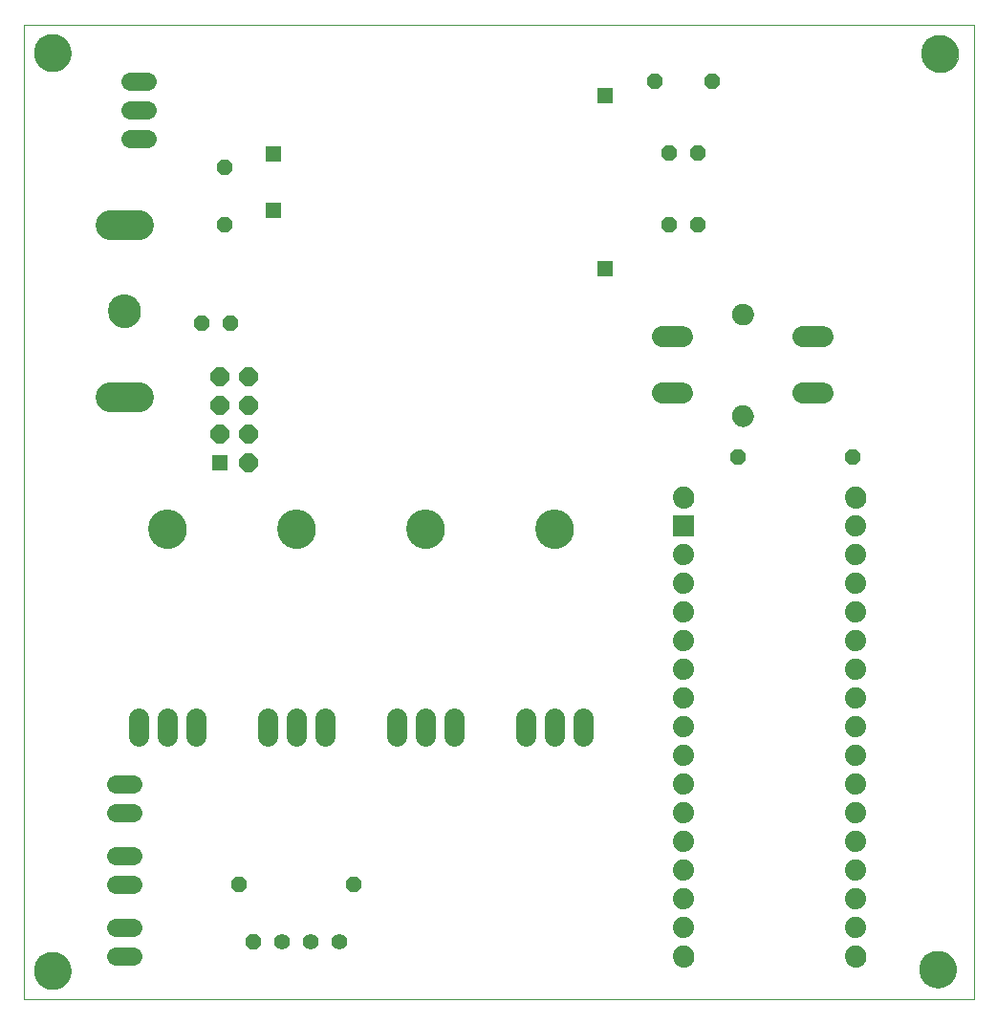
<source format=gbs>
G75*
%MOIN*%
%OFA0B0*%
%FSLAX25Y25*%
%IPPOS*%
%LPD*%
%AMOC8*
5,1,8,0,0,1.08239X$1,22.5*
%
%ADD10C,0.00000*%
%ADD11C,0.12998*%
%ADD12R,0.05550X0.05550*%
%ADD13C,0.07000*%
%ADD14C,0.13400*%
%ADD15R,0.07400X0.07400*%
%ADD16C,0.07400*%
%ADD17OC8,0.05550*%
%ADD18C,0.05550*%
%ADD19OC8,0.06400*%
%ADD20OC8,0.05600*%
%ADD21C,0.06337*%
%ADD22C,0.07450*%
%ADD23C,0.07500*%
%ADD24C,0.10400*%
%ADD25C,0.11400*%
D10*
X0001000Y0004000D02*
X0001000Y0343961D01*
X0332301Y0343961D01*
X0332301Y0004000D01*
X0001000Y0004000D01*
X0004701Y0014000D02*
X0004703Y0014158D01*
X0004709Y0014316D01*
X0004719Y0014474D01*
X0004733Y0014632D01*
X0004751Y0014789D01*
X0004772Y0014946D01*
X0004798Y0015102D01*
X0004828Y0015258D01*
X0004861Y0015413D01*
X0004899Y0015566D01*
X0004940Y0015719D01*
X0004985Y0015871D01*
X0005034Y0016022D01*
X0005087Y0016171D01*
X0005143Y0016319D01*
X0005203Y0016465D01*
X0005267Y0016610D01*
X0005335Y0016753D01*
X0005406Y0016895D01*
X0005480Y0017035D01*
X0005558Y0017172D01*
X0005640Y0017308D01*
X0005724Y0017442D01*
X0005813Y0017573D01*
X0005904Y0017702D01*
X0005999Y0017829D01*
X0006096Y0017954D01*
X0006197Y0018076D01*
X0006301Y0018195D01*
X0006408Y0018312D01*
X0006518Y0018426D01*
X0006631Y0018537D01*
X0006746Y0018646D01*
X0006864Y0018751D01*
X0006985Y0018853D01*
X0007108Y0018953D01*
X0007234Y0019049D01*
X0007362Y0019142D01*
X0007492Y0019232D01*
X0007625Y0019318D01*
X0007760Y0019402D01*
X0007896Y0019481D01*
X0008035Y0019558D01*
X0008176Y0019630D01*
X0008318Y0019700D01*
X0008462Y0019765D01*
X0008608Y0019827D01*
X0008755Y0019885D01*
X0008904Y0019940D01*
X0009054Y0019991D01*
X0009205Y0020038D01*
X0009357Y0020081D01*
X0009510Y0020120D01*
X0009665Y0020156D01*
X0009820Y0020187D01*
X0009976Y0020215D01*
X0010132Y0020239D01*
X0010289Y0020259D01*
X0010447Y0020275D01*
X0010604Y0020287D01*
X0010763Y0020295D01*
X0010921Y0020299D01*
X0011079Y0020299D01*
X0011237Y0020295D01*
X0011396Y0020287D01*
X0011553Y0020275D01*
X0011711Y0020259D01*
X0011868Y0020239D01*
X0012024Y0020215D01*
X0012180Y0020187D01*
X0012335Y0020156D01*
X0012490Y0020120D01*
X0012643Y0020081D01*
X0012795Y0020038D01*
X0012946Y0019991D01*
X0013096Y0019940D01*
X0013245Y0019885D01*
X0013392Y0019827D01*
X0013538Y0019765D01*
X0013682Y0019700D01*
X0013824Y0019630D01*
X0013965Y0019558D01*
X0014104Y0019481D01*
X0014240Y0019402D01*
X0014375Y0019318D01*
X0014508Y0019232D01*
X0014638Y0019142D01*
X0014766Y0019049D01*
X0014892Y0018953D01*
X0015015Y0018853D01*
X0015136Y0018751D01*
X0015254Y0018646D01*
X0015369Y0018537D01*
X0015482Y0018426D01*
X0015592Y0018312D01*
X0015699Y0018195D01*
X0015803Y0018076D01*
X0015904Y0017954D01*
X0016001Y0017829D01*
X0016096Y0017702D01*
X0016187Y0017573D01*
X0016276Y0017442D01*
X0016360Y0017308D01*
X0016442Y0017172D01*
X0016520Y0017035D01*
X0016594Y0016895D01*
X0016665Y0016753D01*
X0016733Y0016610D01*
X0016797Y0016465D01*
X0016857Y0016319D01*
X0016913Y0016171D01*
X0016966Y0016022D01*
X0017015Y0015871D01*
X0017060Y0015719D01*
X0017101Y0015566D01*
X0017139Y0015413D01*
X0017172Y0015258D01*
X0017202Y0015102D01*
X0017228Y0014946D01*
X0017249Y0014789D01*
X0017267Y0014632D01*
X0017281Y0014474D01*
X0017291Y0014316D01*
X0017297Y0014158D01*
X0017299Y0014000D01*
X0017297Y0013842D01*
X0017291Y0013684D01*
X0017281Y0013526D01*
X0017267Y0013368D01*
X0017249Y0013211D01*
X0017228Y0013054D01*
X0017202Y0012898D01*
X0017172Y0012742D01*
X0017139Y0012587D01*
X0017101Y0012434D01*
X0017060Y0012281D01*
X0017015Y0012129D01*
X0016966Y0011978D01*
X0016913Y0011829D01*
X0016857Y0011681D01*
X0016797Y0011535D01*
X0016733Y0011390D01*
X0016665Y0011247D01*
X0016594Y0011105D01*
X0016520Y0010965D01*
X0016442Y0010828D01*
X0016360Y0010692D01*
X0016276Y0010558D01*
X0016187Y0010427D01*
X0016096Y0010298D01*
X0016001Y0010171D01*
X0015904Y0010046D01*
X0015803Y0009924D01*
X0015699Y0009805D01*
X0015592Y0009688D01*
X0015482Y0009574D01*
X0015369Y0009463D01*
X0015254Y0009354D01*
X0015136Y0009249D01*
X0015015Y0009147D01*
X0014892Y0009047D01*
X0014766Y0008951D01*
X0014638Y0008858D01*
X0014508Y0008768D01*
X0014375Y0008682D01*
X0014240Y0008598D01*
X0014104Y0008519D01*
X0013965Y0008442D01*
X0013824Y0008370D01*
X0013682Y0008300D01*
X0013538Y0008235D01*
X0013392Y0008173D01*
X0013245Y0008115D01*
X0013096Y0008060D01*
X0012946Y0008009D01*
X0012795Y0007962D01*
X0012643Y0007919D01*
X0012490Y0007880D01*
X0012335Y0007844D01*
X0012180Y0007813D01*
X0012024Y0007785D01*
X0011868Y0007761D01*
X0011711Y0007741D01*
X0011553Y0007725D01*
X0011396Y0007713D01*
X0011237Y0007705D01*
X0011079Y0007701D01*
X0010921Y0007701D01*
X0010763Y0007705D01*
X0010604Y0007713D01*
X0010447Y0007725D01*
X0010289Y0007741D01*
X0010132Y0007761D01*
X0009976Y0007785D01*
X0009820Y0007813D01*
X0009665Y0007844D01*
X0009510Y0007880D01*
X0009357Y0007919D01*
X0009205Y0007962D01*
X0009054Y0008009D01*
X0008904Y0008060D01*
X0008755Y0008115D01*
X0008608Y0008173D01*
X0008462Y0008235D01*
X0008318Y0008300D01*
X0008176Y0008370D01*
X0008035Y0008442D01*
X0007896Y0008519D01*
X0007760Y0008598D01*
X0007625Y0008682D01*
X0007492Y0008768D01*
X0007362Y0008858D01*
X0007234Y0008951D01*
X0007108Y0009047D01*
X0006985Y0009147D01*
X0006864Y0009249D01*
X0006746Y0009354D01*
X0006631Y0009463D01*
X0006518Y0009574D01*
X0006408Y0009688D01*
X0006301Y0009805D01*
X0006197Y0009924D01*
X0006096Y0010046D01*
X0005999Y0010171D01*
X0005904Y0010298D01*
X0005813Y0010427D01*
X0005724Y0010558D01*
X0005640Y0010692D01*
X0005558Y0010828D01*
X0005480Y0010965D01*
X0005406Y0011105D01*
X0005335Y0011247D01*
X0005267Y0011390D01*
X0005203Y0011535D01*
X0005143Y0011681D01*
X0005087Y0011829D01*
X0005034Y0011978D01*
X0004985Y0012129D01*
X0004940Y0012281D01*
X0004899Y0012434D01*
X0004861Y0012587D01*
X0004828Y0012742D01*
X0004798Y0012898D01*
X0004772Y0013054D01*
X0004751Y0013211D01*
X0004733Y0013368D01*
X0004719Y0013526D01*
X0004709Y0013684D01*
X0004703Y0013842D01*
X0004701Y0014000D01*
X0044500Y0168000D02*
X0044502Y0168161D01*
X0044508Y0168321D01*
X0044518Y0168482D01*
X0044532Y0168642D01*
X0044550Y0168802D01*
X0044571Y0168961D01*
X0044597Y0169120D01*
X0044627Y0169278D01*
X0044660Y0169435D01*
X0044698Y0169592D01*
X0044739Y0169747D01*
X0044784Y0169901D01*
X0044833Y0170054D01*
X0044886Y0170206D01*
X0044942Y0170357D01*
X0045003Y0170506D01*
X0045066Y0170654D01*
X0045134Y0170800D01*
X0045205Y0170944D01*
X0045279Y0171086D01*
X0045357Y0171227D01*
X0045439Y0171365D01*
X0045524Y0171502D01*
X0045612Y0171636D01*
X0045704Y0171768D01*
X0045799Y0171898D01*
X0045897Y0172026D01*
X0045998Y0172151D01*
X0046102Y0172273D01*
X0046209Y0172393D01*
X0046319Y0172510D01*
X0046432Y0172625D01*
X0046548Y0172736D01*
X0046667Y0172845D01*
X0046788Y0172950D01*
X0046912Y0173053D01*
X0047038Y0173153D01*
X0047166Y0173249D01*
X0047297Y0173342D01*
X0047431Y0173432D01*
X0047566Y0173519D01*
X0047704Y0173602D01*
X0047843Y0173682D01*
X0047985Y0173758D01*
X0048128Y0173831D01*
X0048273Y0173900D01*
X0048420Y0173966D01*
X0048568Y0174028D01*
X0048718Y0174086D01*
X0048869Y0174141D01*
X0049022Y0174192D01*
X0049176Y0174239D01*
X0049331Y0174282D01*
X0049487Y0174321D01*
X0049643Y0174357D01*
X0049801Y0174388D01*
X0049959Y0174416D01*
X0050118Y0174440D01*
X0050278Y0174460D01*
X0050438Y0174476D01*
X0050598Y0174488D01*
X0050759Y0174496D01*
X0050920Y0174500D01*
X0051080Y0174500D01*
X0051241Y0174496D01*
X0051402Y0174488D01*
X0051562Y0174476D01*
X0051722Y0174460D01*
X0051882Y0174440D01*
X0052041Y0174416D01*
X0052199Y0174388D01*
X0052357Y0174357D01*
X0052513Y0174321D01*
X0052669Y0174282D01*
X0052824Y0174239D01*
X0052978Y0174192D01*
X0053131Y0174141D01*
X0053282Y0174086D01*
X0053432Y0174028D01*
X0053580Y0173966D01*
X0053727Y0173900D01*
X0053872Y0173831D01*
X0054015Y0173758D01*
X0054157Y0173682D01*
X0054296Y0173602D01*
X0054434Y0173519D01*
X0054569Y0173432D01*
X0054703Y0173342D01*
X0054834Y0173249D01*
X0054962Y0173153D01*
X0055088Y0173053D01*
X0055212Y0172950D01*
X0055333Y0172845D01*
X0055452Y0172736D01*
X0055568Y0172625D01*
X0055681Y0172510D01*
X0055791Y0172393D01*
X0055898Y0172273D01*
X0056002Y0172151D01*
X0056103Y0172026D01*
X0056201Y0171898D01*
X0056296Y0171768D01*
X0056388Y0171636D01*
X0056476Y0171502D01*
X0056561Y0171365D01*
X0056643Y0171227D01*
X0056721Y0171086D01*
X0056795Y0170944D01*
X0056866Y0170800D01*
X0056934Y0170654D01*
X0056997Y0170506D01*
X0057058Y0170357D01*
X0057114Y0170206D01*
X0057167Y0170054D01*
X0057216Y0169901D01*
X0057261Y0169747D01*
X0057302Y0169592D01*
X0057340Y0169435D01*
X0057373Y0169278D01*
X0057403Y0169120D01*
X0057429Y0168961D01*
X0057450Y0168802D01*
X0057468Y0168642D01*
X0057482Y0168482D01*
X0057492Y0168321D01*
X0057498Y0168161D01*
X0057500Y0168000D01*
X0057498Y0167839D01*
X0057492Y0167679D01*
X0057482Y0167518D01*
X0057468Y0167358D01*
X0057450Y0167198D01*
X0057429Y0167039D01*
X0057403Y0166880D01*
X0057373Y0166722D01*
X0057340Y0166565D01*
X0057302Y0166408D01*
X0057261Y0166253D01*
X0057216Y0166099D01*
X0057167Y0165946D01*
X0057114Y0165794D01*
X0057058Y0165643D01*
X0056997Y0165494D01*
X0056934Y0165346D01*
X0056866Y0165200D01*
X0056795Y0165056D01*
X0056721Y0164914D01*
X0056643Y0164773D01*
X0056561Y0164635D01*
X0056476Y0164498D01*
X0056388Y0164364D01*
X0056296Y0164232D01*
X0056201Y0164102D01*
X0056103Y0163974D01*
X0056002Y0163849D01*
X0055898Y0163727D01*
X0055791Y0163607D01*
X0055681Y0163490D01*
X0055568Y0163375D01*
X0055452Y0163264D01*
X0055333Y0163155D01*
X0055212Y0163050D01*
X0055088Y0162947D01*
X0054962Y0162847D01*
X0054834Y0162751D01*
X0054703Y0162658D01*
X0054569Y0162568D01*
X0054434Y0162481D01*
X0054296Y0162398D01*
X0054157Y0162318D01*
X0054015Y0162242D01*
X0053872Y0162169D01*
X0053727Y0162100D01*
X0053580Y0162034D01*
X0053432Y0161972D01*
X0053282Y0161914D01*
X0053131Y0161859D01*
X0052978Y0161808D01*
X0052824Y0161761D01*
X0052669Y0161718D01*
X0052513Y0161679D01*
X0052357Y0161643D01*
X0052199Y0161612D01*
X0052041Y0161584D01*
X0051882Y0161560D01*
X0051722Y0161540D01*
X0051562Y0161524D01*
X0051402Y0161512D01*
X0051241Y0161504D01*
X0051080Y0161500D01*
X0050920Y0161500D01*
X0050759Y0161504D01*
X0050598Y0161512D01*
X0050438Y0161524D01*
X0050278Y0161540D01*
X0050118Y0161560D01*
X0049959Y0161584D01*
X0049801Y0161612D01*
X0049643Y0161643D01*
X0049487Y0161679D01*
X0049331Y0161718D01*
X0049176Y0161761D01*
X0049022Y0161808D01*
X0048869Y0161859D01*
X0048718Y0161914D01*
X0048568Y0161972D01*
X0048420Y0162034D01*
X0048273Y0162100D01*
X0048128Y0162169D01*
X0047985Y0162242D01*
X0047843Y0162318D01*
X0047704Y0162398D01*
X0047566Y0162481D01*
X0047431Y0162568D01*
X0047297Y0162658D01*
X0047166Y0162751D01*
X0047038Y0162847D01*
X0046912Y0162947D01*
X0046788Y0163050D01*
X0046667Y0163155D01*
X0046548Y0163264D01*
X0046432Y0163375D01*
X0046319Y0163490D01*
X0046209Y0163607D01*
X0046102Y0163727D01*
X0045998Y0163849D01*
X0045897Y0163974D01*
X0045799Y0164102D01*
X0045704Y0164232D01*
X0045612Y0164364D01*
X0045524Y0164498D01*
X0045439Y0164635D01*
X0045357Y0164773D01*
X0045279Y0164914D01*
X0045205Y0165056D01*
X0045134Y0165200D01*
X0045066Y0165346D01*
X0045003Y0165494D01*
X0044942Y0165643D01*
X0044886Y0165794D01*
X0044833Y0165946D01*
X0044784Y0166099D01*
X0044739Y0166253D01*
X0044698Y0166408D01*
X0044660Y0166565D01*
X0044627Y0166722D01*
X0044597Y0166880D01*
X0044571Y0167039D01*
X0044550Y0167198D01*
X0044532Y0167358D01*
X0044518Y0167518D01*
X0044508Y0167679D01*
X0044502Y0167839D01*
X0044500Y0168000D01*
X0089500Y0168000D02*
X0089502Y0168161D01*
X0089508Y0168321D01*
X0089518Y0168482D01*
X0089532Y0168642D01*
X0089550Y0168802D01*
X0089571Y0168961D01*
X0089597Y0169120D01*
X0089627Y0169278D01*
X0089660Y0169435D01*
X0089698Y0169592D01*
X0089739Y0169747D01*
X0089784Y0169901D01*
X0089833Y0170054D01*
X0089886Y0170206D01*
X0089942Y0170357D01*
X0090003Y0170506D01*
X0090066Y0170654D01*
X0090134Y0170800D01*
X0090205Y0170944D01*
X0090279Y0171086D01*
X0090357Y0171227D01*
X0090439Y0171365D01*
X0090524Y0171502D01*
X0090612Y0171636D01*
X0090704Y0171768D01*
X0090799Y0171898D01*
X0090897Y0172026D01*
X0090998Y0172151D01*
X0091102Y0172273D01*
X0091209Y0172393D01*
X0091319Y0172510D01*
X0091432Y0172625D01*
X0091548Y0172736D01*
X0091667Y0172845D01*
X0091788Y0172950D01*
X0091912Y0173053D01*
X0092038Y0173153D01*
X0092166Y0173249D01*
X0092297Y0173342D01*
X0092431Y0173432D01*
X0092566Y0173519D01*
X0092704Y0173602D01*
X0092843Y0173682D01*
X0092985Y0173758D01*
X0093128Y0173831D01*
X0093273Y0173900D01*
X0093420Y0173966D01*
X0093568Y0174028D01*
X0093718Y0174086D01*
X0093869Y0174141D01*
X0094022Y0174192D01*
X0094176Y0174239D01*
X0094331Y0174282D01*
X0094487Y0174321D01*
X0094643Y0174357D01*
X0094801Y0174388D01*
X0094959Y0174416D01*
X0095118Y0174440D01*
X0095278Y0174460D01*
X0095438Y0174476D01*
X0095598Y0174488D01*
X0095759Y0174496D01*
X0095920Y0174500D01*
X0096080Y0174500D01*
X0096241Y0174496D01*
X0096402Y0174488D01*
X0096562Y0174476D01*
X0096722Y0174460D01*
X0096882Y0174440D01*
X0097041Y0174416D01*
X0097199Y0174388D01*
X0097357Y0174357D01*
X0097513Y0174321D01*
X0097669Y0174282D01*
X0097824Y0174239D01*
X0097978Y0174192D01*
X0098131Y0174141D01*
X0098282Y0174086D01*
X0098432Y0174028D01*
X0098580Y0173966D01*
X0098727Y0173900D01*
X0098872Y0173831D01*
X0099015Y0173758D01*
X0099157Y0173682D01*
X0099296Y0173602D01*
X0099434Y0173519D01*
X0099569Y0173432D01*
X0099703Y0173342D01*
X0099834Y0173249D01*
X0099962Y0173153D01*
X0100088Y0173053D01*
X0100212Y0172950D01*
X0100333Y0172845D01*
X0100452Y0172736D01*
X0100568Y0172625D01*
X0100681Y0172510D01*
X0100791Y0172393D01*
X0100898Y0172273D01*
X0101002Y0172151D01*
X0101103Y0172026D01*
X0101201Y0171898D01*
X0101296Y0171768D01*
X0101388Y0171636D01*
X0101476Y0171502D01*
X0101561Y0171365D01*
X0101643Y0171227D01*
X0101721Y0171086D01*
X0101795Y0170944D01*
X0101866Y0170800D01*
X0101934Y0170654D01*
X0101997Y0170506D01*
X0102058Y0170357D01*
X0102114Y0170206D01*
X0102167Y0170054D01*
X0102216Y0169901D01*
X0102261Y0169747D01*
X0102302Y0169592D01*
X0102340Y0169435D01*
X0102373Y0169278D01*
X0102403Y0169120D01*
X0102429Y0168961D01*
X0102450Y0168802D01*
X0102468Y0168642D01*
X0102482Y0168482D01*
X0102492Y0168321D01*
X0102498Y0168161D01*
X0102500Y0168000D01*
X0102498Y0167839D01*
X0102492Y0167679D01*
X0102482Y0167518D01*
X0102468Y0167358D01*
X0102450Y0167198D01*
X0102429Y0167039D01*
X0102403Y0166880D01*
X0102373Y0166722D01*
X0102340Y0166565D01*
X0102302Y0166408D01*
X0102261Y0166253D01*
X0102216Y0166099D01*
X0102167Y0165946D01*
X0102114Y0165794D01*
X0102058Y0165643D01*
X0101997Y0165494D01*
X0101934Y0165346D01*
X0101866Y0165200D01*
X0101795Y0165056D01*
X0101721Y0164914D01*
X0101643Y0164773D01*
X0101561Y0164635D01*
X0101476Y0164498D01*
X0101388Y0164364D01*
X0101296Y0164232D01*
X0101201Y0164102D01*
X0101103Y0163974D01*
X0101002Y0163849D01*
X0100898Y0163727D01*
X0100791Y0163607D01*
X0100681Y0163490D01*
X0100568Y0163375D01*
X0100452Y0163264D01*
X0100333Y0163155D01*
X0100212Y0163050D01*
X0100088Y0162947D01*
X0099962Y0162847D01*
X0099834Y0162751D01*
X0099703Y0162658D01*
X0099569Y0162568D01*
X0099434Y0162481D01*
X0099296Y0162398D01*
X0099157Y0162318D01*
X0099015Y0162242D01*
X0098872Y0162169D01*
X0098727Y0162100D01*
X0098580Y0162034D01*
X0098432Y0161972D01*
X0098282Y0161914D01*
X0098131Y0161859D01*
X0097978Y0161808D01*
X0097824Y0161761D01*
X0097669Y0161718D01*
X0097513Y0161679D01*
X0097357Y0161643D01*
X0097199Y0161612D01*
X0097041Y0161584D01*
X0096882Y0161560D01*
X0096722Y0161540D01*
X0096562Y0161524D01*
X0096402Y0161512D01*
X0096241Y0161504D01*
X0096080Y0161500D01*
X0095920Y0161500D01*
X0095759Y0161504D01*
X0095598Y0161512D01*
X0095438Y0161524D01*
X0095278Y0161540D01*
X0095118Y0161560D01*
X0094959Y0161584D01*
X0094801Y0161612D01*
X0094643Y0161643D01*
X0094487Y0161679D01*
X0094331Y0161718D01*
X0094176Y0161761D01*
X0094022Y0161808D01*
X0093869Y0161859D01*
X0093718Y0161914D01*
X0093568Y0161972D01*
X0093420Y0162034D01*
X0093273Y0162100D01*
X0093128Y0162169D01*
X0092985Y0162242D01*
X0092843Y0162318D01*
X0092704Y0162398D01*
X0092566Y0162481D01*
X0092431Y0162568D01*
X0092297Y0162658D01*
X0092166Y0162751D01*
X0092038Y0162847D01*
X0091912Y0162947D01*
X0091788Y0163050D01*
X0091667Y0163155D01*
X0091548Y0163264D01*
X0091432Y0163375D01*
X0091319Y0163490D01*
X0091209Y0163607D01*
X0091102Y0163727D01*
X0090998Y0163849D01*
X0090897Y0163974D01*
X0090799Y0164102D01*
X0090704Y0164232D01*
X0090612Y0164364D01*
X0090524Y0164498D01*
X0090439Y0164635D01*
X0090357Y0164773D01*
X0090279Y0164914D01*
X0090205Y0165056D01*
X0090134Y0165200D01*
X0090066Y0165346D01*
X0090003Y0165494D01*
X0089942Y0165643D01*
X0089886Y0165794D01*
X0089833Y0165946D01*
X0089784Y0166099D01*
X0089739Y0166253D01*
X0089698Y0166408D01*
X0089660Y0166565D01*
X0089627Y0166722D01*
X0089597Y0166880D01*
X0089571Y0167039D01*
X0089550Y0167198D01*
X0089532Y0167358D01*
X0089518Y0167518D01*
X0089508Y0167679D01*
X0089502Y0167839D01*
X0089500Y0168000D01*
X0134500Y0168000D02*
X0134502Y0168161D01*
X0134508Y0168321D01*
X0134518Y0168482D01*
X0134532Y0168642D01*
X0134550Y0168802D01*
X0134571Y0168961D01*
X0134597Y0169120D01*
X0134627Y0169278D01*
X0134660Y0169435D01*
X0134698Y0169592D01*
X0134739Y0169747D01*
X0134784Y0169901D01*
X0134833Y0170054D01*
X0134886Y0170206D01*
X0134942Y0170357D01*
X0135003Y0170506D01*
X0135066Y0170654D01*
X0135134Y0170800D01*
X0135205Y0170944D01*
X0135279Y0171086D01*
X0135357Y0171227D01*
X0135439Y0171365D01*
X0135524Y0171502D01*
X0135612Y0171636D01*
X0135704Y0171768D01*
X0135799Y0171898D01*
X0135897Y0172026D01*
X0135998Y0172151D01*
X0136102Y0172273D01*
X0136209Y0172393D01*
X0136319Y0172510D01*
X0136432Y0172625D01*
X0136548Y0172736D01*
X0136667Y0172845D01*
X0136788Y0172950D01*
X0136912Y0173053D01*
X0137038Y0173153D01*
X0137166Y0173249D01*
X0137297Y0173342D01*
X0137431Y0173432D01*
X0137566Y0173519D01*
X0137704Y0173602D01*
X0137843Y0173682D01*
X0137985Y0173758D01*
X0138128Y0173831D01*
X0138273Y0173900D01*
X0138420Y0173966D01*
X0138568Y0174028D01*
X0138718Y0174086D01*
X0138869Y0174141D01*
X0139022Y0174192D01*
X0139176Y0174239D01*
X0139331Y0174282D01*
X0139487Y0174321D01*
X0139643Y0174357D01*
X0139801Y0174388D01*
X0139959Y0174416D01*
X0140118Y0174440D01*
X0140278Y0174460D01*
X0140438Y0174476D01*
X0140598Y0174488D01*
X0140759Y0174496D01*
X0140920Y0174500D01*
X0141080Y0174500D01*
X0141241Y0174496D01*
X0141402Y0174488D01*
X0141562Y0174476D01*
X0141722Y0174460D01*
X0141882Y0174440D01*
X0142041Y0174416D01*
X0142199Y0174388D01*
X0142357Y0174357D01*
X0142513Y0174321D01*
X0142669Y0174282D01*
X0142824Y0174239D01*
X0142978Y0174192D01*
X0143131Y0174141D01*
X0143282Y0174086D01*
X0143432Y0174028D01*
X0143580Y0173966D01*
X0143727Y0173900D01*
X0143872Y0173831D01*
X0144015Y0173758D01*
X0144157Y0173682D01*
X0144296Y0173602D01*
X0144434Y0173519D01*
X0144569Y0173432D01*
X0144703Y0173342D01*
X0144834Y0173249D01*
X0144962Y0173153D01*
X0145088Y0173053D01*
X0145212Y0172950D01*
X0145333Y0172845D01*
X0145452Y0172736D01*
X0145568Y0172625D01*
X0145681Y0172510D01*
X0145791Y0172393D01*
X0145898Y0172273D01*
X0146002Y0172151D01*
X0146103Y0172026D01*
X0146201Y0171898D01*
X0146296Y0171768D01*
X0146388Y0171636D01*
X0146476Y0171502D01*
X0146561Y0171365D01*
X0146643Y0171227D01*
X0146721Y0171086D01*
X0146795Y0170944D01*
X0146866Y0170800D01*
X0146934Y0170654D01*
X0146997Y0170506D01*
X0147058Y0170357D01*
X0147114Y0170206D01*
X0147167Y0170054D01*
X0147216Y0169901D01*
X0147261Y0169747D01*
X0147302Y0169592D01*
X0147340Y0169435D01*
X0147373Y0169278D01*
X0147403Y0169120D01*
X0147429Y0168961D01*
X0147450Y0168802D01*
X0147468Y0168642D01*
X0147482Y0168482D01*
X0147492Y0168321D01*
X0147498Y0168161D01*
X0147500Y0168000D01*
X0147498Y0167839D01*
X0147492Y0167679D01*
X0147482Y0167518D01*
X0147468Y0167358D01*
X0147450Y0167198D01*
X0147429Y0167039D01*
X0147403Y0166880D01*
X0147373Y0166722D01*
X0147340Y0166565D01*
X0147302Y0166408D01*
X0147261Y0166253D01*
X0147216Y0166099D01*
X0147167Y0165946D01*
X0147114Y0165794D01*
X0147058Y0165643D01*
X0146997Y0165494D01*
X0146934Y0165346D01*
X0146866Y0165200D01*
X0146795Y0165056D01*
X0146721Y0164914D01*
X0146643Y0164773D01*
X0146561Y0164635D01*
X0146476Y0164498D01*
X0146388Y0164364D01*
X0146296Y0164232D01*
X0146201Y0164102D01*
X0146103Y0163974D01*
X0146002Y0163849D01*
X0145898Y0163727D01*
X0145791Y0163607D01*
X0145681Y0163490D01*
X0145568Y0163375D01*
X0145452Y0163264D01*
X0145333Y0163155D01*
X0145212Y0163050D01*
X0145088Y0162947D01*
X0144962Y0162847D01*
X0144834Y0162751D01*
X0144703Y0162658D01*
X0144569Y0162568D01*
X0144434Y0162481D01*
X0144296Y0162398D01*
X0144157Y0162318D01*
X0144015Y0162242D01*
X0143872Y0162169D01*
X0143727Y0162100D01*
X0143580Y0162034D01*
X0143432Y0161972D01*
X0143282Y0161914D01*
X0143131Y0161859D01*
X0142978Y0161808D01*
X0142824Y0161761D01*
X0142669Y0161718D01*
X0142513Y0161679D01*
X0142357Y0161643D01*
X0142199Y0161612D01*
X0142041Y0161584D01*
X0141882Y0161560D01*
X0141722Y0161540D01*
X0141562Y0161524D01*
X0141402Y0161512D01*
X0141241Y0161504D01*
X0141080Y0161500D01*
X0140920Y0161500D01*
X0140759Y0161504D01*
X0140598Y0161512D01*
X0140438Y0161524D01*
X0140278Y0161540D01*
X0140118Y0161560D01*
X0139959Y0161584D01*
X0139801Y0161612D01*
X0139643Y0161643D01*
X0139487Y0161679D01*
X0139331Y0161718D01*
X0139176Y0161761D01*
X0139022Y0161808D01*
X0138869Y0161859D01*
X0138718Y0161914D01*
X0138568Y0161972D01*
X0138420Y0162034D01*
X0138273Y0162100D01*
X0138128Y0162169D01*
X0137985Y0162242D01*
X0137843Y0162318D01*
X0137704Y0162398D01*
X0137566Y0162481D01*
X0137431Y0162568D01*
X0137297Y0162658D01*
X0137166Y0162751D01*
X0137038Y0162847D01*
X0136912Y0162947D01*
X0136788Y0163050D01*
X0136667Y0163155D01*
X0136548Y0163264D01*
X0136432Y0163375D01*
X0136319Y0163490D01*
X0136209Y0163607D01*
X0136102Y0163727D01*
X0135998Y0163849D01*
X0135897Y0163974D01*
X0135799Y0164102D01*
X0135704Y0164232D01*
X0135612Y0164364D01*
X0135524Y0164498D01*
X0135439Y0164635D01*
X0135357Y0164773D01*
X0135279Y0164914D01*
X0135205Y0165056D01*
X0135134Y0165200D01*
X0135066Y0165346D01*
X0135003Y0165494D01*
X0134942Y0165643D01*
X0134886Y0165794D01*
X0134833Y0165946D01*
X0134784Y0166099D01*
X0134739Y0166253D01*
X0134698Y0166408D01*
X0134660Y0166565D01*
X0134627Y0166722D01*
X0134597Y0166880D01*
X0134571Y0167039D01*
X0134550Y0167198D01*
X0134532Y0167358D01*
X0134518Y0167518D01*
X0134508Y0167679D01*
X0134502Y0167839D01*
X0134500Y0168000D01*
X0179500Y0168000D02*
X0179502Y0168161D01*
X0179508Y0168321D01*
X0179518Y0168482D01*
X0179532Y0168642D01*
X0179550Y0168802D01*
X0179571Y0168961D01*
X0179597Y0169120D01*
X0179627Y0169278D01*
X0179660Y0169435D01*
X0179698Y0169592D01*
X0179739Y0169747D01*
X0179784Y0169901D01*
X0179833Y0170054D01*
X0179886Y0170206D01*
X0179942Y0170357D01*
X0180003Y0170506D01*
X0180066Y0170654D01*
X0180134Y0170800D01*
X0180205Y0170944D01*
X0180279Y0171086D01*
X0180357Y0171227D01*
X0180439Y0171365D01*
X0180524Y0171502D01*
X0180612Y0171636D01*
X0180704Y0171768D01*
X0180799Y0171898D01*
X0180897Y0172026D01*
X0180998Y0172151D01*
X0181102Y0172273D01*
X0181209Y0172393D01*
X0181319Y0172510D01*
X0181432Y0172625D01*
X0181548Y0172736D01*
X0181667Y0172845D01*
X0181788Y0172950D01*
X0181912Y0173053D01*
X0182038Y0173153D01*
X0182166Y0173249D01*
X0182297Y0173342D01*
X0182431Y0173432D01*
X0182566Y0173519D01*
X0182704Y0173602D01*
X0182843Y0173682D01*
X0182985Y0173758D01*
X0183128Y0173831D01*
X0183273Y0173900D01*
X0183420Y0173966D01*
X0183568Y0174028D01*
X0183718Y0174086D01*
X0183869Y0174141D01*
X0184022Y0174192D01*
X0184176Y0174239D01*
X0184331Y0174282D01*
X0184487Y0174321D01*
X0184643Y0174357D01*
X0184801Y0174388D01*
X0184959Y0174416D01*
X0185118Y0174440D01*
X0185278Y0174460D01*
X0185438Y0174476D01*
X0185598Y0174488D01*
X0185759Y0174496D01*
X0185920Y0174500D01*
X0186080Y0174500D01*
X0186241Y0174496D01*
X0186402Y0174488D01*
X0186562Y0174476D01*
X0186722Y0174460D01*
X0186882Y0174440D01*
X0187041Y0174416D01*
X0187199Y0174388D01*
X0187357Y0174357D01*
X0187513Y0174321D01*
X0187669Y0174282D01*
X0187824Y0174239D01*
X0187978Y0174192D01*
X0188131Y0174141D01*
X0188282Y0174086D01*
X0188432Y0174028D01*
X0188580Y0173966D01*
X0188727Y0173900D01*
X0188872Y0173831D01*
X0189015Y0173758D01*
X0189157Y0173682D01*
X0189296Y0173602D01*
X0189434Y0173519D01*
X0189569Y0173432D01*
X0189703Y0173342D01*
X0189834Y0173249D01*
X0189962Y0173153D01*
X0190088Y0173053D01*
X0190212Y0172950D01*
X0190333Y0172845D01*
X0190452Y0172736D01*
X0190568Y0172625D01*
X0190681Y0172510D01*
X0190791Y0172393D01*
X0190898Y0172273D01*
X0191002Y0172151D01*
X0191103Y0172026D01*
X0191201Y0171898D01*
X0191296Y0171768D01*
X0191388Y0171636D01*
X0191476Y0171502D01*
X0191561Y0171365D01*
X0191643Y0171227D01*
X0191721Y0171086D01*
X0191795Y0170944D01*
X0191866Y0170800D01*
X0191934Y0170654D01*
X0191997Y0170506D01*
X0192058Y0170357D01*
X0192114Y0170206D01*
X0192167Y0170054D01*
X0192216Y0169901D01*
X0192261Y0169747D01*
X0192302Y0169592D01*
X0192340Y0169435D01*
X0192373Y0169278D01*
X0192403Y0169120D01*
X0192429Y0168961D01*
X0192450Y0168802D01*
X0192468Y0168642D01*
X0192482Y0168482D01*
X0192492Y0168321D01*
X0192498Y0168161D01*
X0192500Y0168000D01*
X0192498Y0167839D01*
X0192492Y0167679D01*
X0192482Y0167518D01*
X0192468Y0167358D01*
X0192450Y0167198D01*
X0192429Y0167039D01*
X0192403Y0166880D01*
X0192373Y0166722D01*
X0192340Y0166565D01*
X0192302Y0166408D01*
X0192261Y0166253D01*
X0192216Y0166099D01*
X0192167Y0165946D01*
X0192114Y0165794D01*
X0192058Y0165643D01*
X0191997Y0165494D01*
X0191934Y0165346D01*
X0191866Y0165200D01*
X0191795Y0165056D01*
X0191721Y0164914D01*
X0191643Y0164773D01*
X0191561Y0164635D01*
X0191476Y0164498D01*
X0191388Y0164364D01*
X0191296Y0164232D01*
X0191201Y0164102D01*
X0191103Y0163974D01*
X0191002Y0163849D01*
X0190898Y0163727D01*
X0190791Y0163607D01*
X0190681Y0163490D01*
X0190568Y0163375D01*
X0190452Y0163264D01*
X0190333Y0163155D01*
X0190212Y0163050D01*
X0190088Y0162947D01*
X0189962Y0162847D01*
X0189834Y0162751D01*
X0189703Y0162658D01*
X0189569Y0162568D01*
X0189434Y0162481D01*
X0189296Y0162398D01*
X0189157Y0162318D01*
X0189015Y0162242D01*
X0188872Y0162169D01*
X0188727Y0162100D01*
X0188580Y0162034D01*
X0188432Y0161972D01*
X0188282Y0161914D01*
X0188131Y0161859D01*
X0187978Y0161808D01*
X0187824Y0161761D01*
X0187669Y0161718D01*
X0187513Y0161679D01*
X0187357Y0161643D01*
X0187199Y0161612D01*
X0187041Y0161584D01*
X0186882Y0161560D01*
X0186722Y0161540D01*
X0186562Y0161524D01*
X0186402Y0161512D01*
X0186241Y0161504D01*
X0186080Y0161500D01*
X0185920Y0161500D01*
X0185759Y0161504D01*
X0185598Y0161512D01*
X0185438Y0161524D01*
X0185278Y0161540D01*
X0185118Y0161560D01*
X0184959Y0161584D01*
X0184801Y0161612D01*
X0184643Y0161643D01*
X0184487Y0161679D01*
X0184331Y0161718D01*
X0184176Y0161761D01*
X0184022Y0161808D01*
X0183869Y0161859D01*
X0183718Y0161914D01*
X0183568Y0161972D01*
X0183420Y0162034D01*
X0183273Y0162100D01*
X0183128Y0162169D01*
X0182985Y0162242D01*
X0182843Y0162318D01*
X0182704Y0162398D01*
X0182566Y0162481D01*
X0182431Y0162568D01*
X0182297Y0162658D01*
X0182166Y0162751D01*
X0182038Y0162847D01*
X0181912Y0162947D01*
X0181788Y0163050D01*
X0181667Y0163155D01*
X0181548Y0163264D01*
X0181432Y0163375D01*
X0181319Y0163490D01*
X0181209Y0163607D01*
X0181102Y0163727D01*
X0180998Y0163849D01*
X0180897Y0163974D01*
X0180799Y0164102D01*
X0180704Y0164232D01*
X0180612Y0164364D01*
X0180524Y0164498D01*
X0180439Y0164635D01*
X0180357Y0164773D01*
X0180279Y0164914D01*
X0180205Y0165056D01*
X0180134Y0165200D01*
X0180066Y0165346D01*
X0180003Y0165494D01*
X0179942Y0165643D01*
X0179886Y0165794D01*
X0179833Y0165946D01*
X0179784Y0166099D01*
X0179739Y0166253D01*
X0179698Y0166408D01*
X0179660Y0166565D01*
X0179627Y0166722D01*
X0179597Y0166880D01*
X0179571Y0167039D01*
X0179550Y0167198D01*
X0179532Y0167358D01*
X0179518Y0167518D01*
X0179508Y0167679D01*
X0179502Y0167839D01*
X0179500Y0168000D01*
X0227500Y0179000D02*
X0227502Y0179118D01*
X0227508Y0179236D01*
X0227518Y0179354D01*
X0227532Y0179471D01*
X0227550Y0179588D01*
X0227572Y0179705D01*
X0227597Y0179820D01*
X0227627Y0179934D01*
X0227661Y0180048D01*
X0227698Y0180160D01*
X0227739Y0180271D01*
X0227784Y0180380D01*
X0227832Y0180488D01*
X0227884Y0180594D01*
X0227940Y0180699D01*
X0227999Y0180801D01*
X0228061Y0180901D01*
X0228127Y0180999D01*
X0228196Y0181095D01*
X0228269Y0181189D01*
X0228344Y0181280D01*
X0228423Y0181368D01*
X0228504Y0181454D01*
X0228589Y0181537D01*
X0228676Y0181617D01*
X0228765Y0181694D01*
X0228858Y0181768D01*
X0228952Y0181838D01*
X0229049Y0181906D01*
X0229149Y0181970D01*
X0229250Y0182031D01*
X0229353Y0182088D01*
X0229459Y0182142D01*
X0229566Y0182193D01*
X0229674Y0182239D01*
X0229784Y0182282D01*
X0229896Y0182321D01*
X0230009Y0182357D01*
X0230123Y0182388D01*
X0230238Y0182416D01*
X0230353Y0182440D01*
X0230470Y0182460D01*
X0230587Y0182476D01*
X0230705Y0182488D01*
X0230823Y0182496D01*
X0230941Y0182500D01*
X0231059Y0182500D01*
X0231177Y0182496D01*
X0231295Y0182488D01*
X0231413Y0182476D01*
X0231530Y0182460D01*
X0231647Y0182440D01*
X0231762Y0182416D01*
X0231877Y0182388D01*
X0231991Y0182357D01*
X0232104Y0182321D01*
X0232216Y0182282D01*
X0232326Y0182239D01*
X0232434Y0182193D01*
X0232541Y0182142D01*
X0232647Y0182088D01*
X0232750Y0182031D01*
X0232851Y0181970D01*
X0232951Y0181906D01*
X0233048Y0181838D01*
X0233142Y0181768D01*
X0233235Y0181694D01*
X0233324Y0181617D01*
X0233411Y0181537D01*
X0233496Y0181454D01*
X0233577Y0181368D01*
X0233656Y0181280D01*
X0233731Y0181189D01*
X0233804Y0181095D01*
X0233873Y0180999D01*
X0233939Y0180901D01*
X0234001Y0180801D01*
X0234060Y0180699D01*
X0234116Y0180594D01*
X0234168Y0180488D01*
X0234216Y0180380D01*
X0234261Y0180271D01*
X0234302Y0180160D01*
X0234339Y0180048D01*
X0234373Y0179934D01*
X0234403Y0179820D01*
X0234428Y0179705D01*
X0234450Y0179588D01*
X0234468Y0179471D01*
X0234482Y0179354D01*
X0234492Y0179236D01*
X0234498Y0179118D01*
X0234500Y0179000D01*
X0234498Y0178882D01*
X0234492Y0178764D01*
X0234482Y0178646D01*
X0234468Y0178529D01*
X0234450Y0178412D01*
X0234428Y0178295D01*
X0234403Y0178180D01*
X0234373Y0178066D01*
X0234339Y0177952D01*
X0234302Y0177840D01*
X0234261Y0177729D01*
X0234216Y0177620D01*
X0234168Y0177512D01*
X0234116Y0177406D01*
X0234060Y0177301D01*
X0234001Y0177199D01*
X0233939Y0177099D01*
X0233873Y0177001D01*
X0233804Y0176905D01*
X0233731Y0176811D01*
X0233656Y0176720D01*
X0233577Y0176632D01*
X0233496Y0176546D01*
X0233411Y0176463D01*
X0233324Y0176383D01*
X0233235Y0176306D01*
X0233142Y0176232D01*
X0233048Y0176162D01*
X0232951Y0176094D01*
X0232851Y0176030D01*
X0232750Y0175969D01*
X0232647Y0175912D01*
X0232541Y0175858D01*
X0232434Y0175807D01*
X0232326Y0175761D01*
X0232216Y0175718D01*
X0232104Y0175679D01*
X0231991Y0175643D01*
X0231877Y0175612D01*
X0231762Y0175584D01*
X0231647Y0175560D01*
X0231530Y0175540D01*
X0231413Y0175524D01*
X0231295Y0175512D01*
X0231177Y0175504D01*
X0231059Y0175500D01*
X0230941Y0175500D01*
X0230823Y0175504D01*
X0230705Y0175512D01*
X0230587Y0175524D01*
X0230470Y0175540D01*
X0230353Y0175560D01*
X0230238Y0175584D01*
X0230123Y0175612D01*
X0230009Y0175643D01*
X0229896Y0175679D01*
X0229784Y0175718D01*
X0229674Y0175761D01*
X0229566Y0175807D01*
X0229459Y0175858D01*
X0229353Y0175912D01*
X0229250Y0175969D01*
X0229149Y0176030D01*
X0229049Y0176094D01*
X0228952Y0176162D01*
X0228858Y0176232D01*
X0228765Y0176306D01*
X0228676Y0176383D01*
X0228589Y0176463D01*
X0228504Y0176546D01*
X0228423Y0176632D01*
X0228344Y0176720D01*
X0228269Y0176811D01*
X0228196Y0176905D01*
X0228127Y0177001D01*
X0228061Y0177099D01*
X0227999Y0177199D01*
X0227940Y0177301D01*
X0227884Y0177406D01*
X0227832Y0177512D01*
X0227784Y0177620D01*
X0227739Y0177729D01*
X0227698Y0177840D01*
X0227661Y0177952D01*
X0227627Y0178066D01*
X0227597Y0178180D01*
X0227572Y0178295D01*
X0227550Y0178412D01*
X0227532Y0178529D01*
X0227518Y0178646D01*
X0227508Y0178764D01*
X0227502Y0178882D01*
X0227500Y0179000D01*
X0248150Y0207500D02*
X0248152Y0207619D01*
X0248158Y0207737D01*
X0248168Y0207855D01*
X0248182Y0207973D01*
X0248199Y0208090D01*
X0248221Y0208207D01*
X0248247Y0208323D01*
X0248276Y0208438D01*
X0248309Y0208552D01*
X0248346Y0208664D01*
X0248387Y0208776D01*
X0248432Y0208886D01*
X0248480Y0208994D01*
X0248532Y0209101D01*
X0248587Y0209206D01*
X0248646Y0209309D01*
X0248708Y0209410D01*
X0248773Y0209509D01*
X0248842Y0209606D01*
X0248914Y0209700D01*
X0248989Y0209792D01*
X0249067Y0209881D01*
X0249148Y0209968D01*
X0249232Y0210052D01*
X0249319Y0210133D01*
X0249408Y0210211D01*
X0249500Y0210286D01*
X0249594Y0210358D01*
X0249691Y0210427D01*
X0249790Y0210492D01*
X0249891Y0210554D01*
X0249994Y0210613D01*
X0250099Y0210668D01*
X0250206Y0210720D01*
X0250314Y0210768D01*
X0250424Y0210813D01*
X0250536Y0210854D01*
X0250648Y0210891D01*
X0250762Y0210924D01*
X0250877Y0210953D01*
X0250993Y0210979D01*
X0251110Y0211001D01*
X0251227Y0211018D01*
X0251345Y0211032D01*
X0251463Y0211042D01*
X0251581Y0211048D01*
X0251700Y0211050D01*
X0251819Y0211048D01*
X0251937Y0211042D01*
X0252055Y0211032D01*
X0252173Y0211018D01*
X0252290Y0211001D01*
X0252407Y0210979D01*
X0252523Y0210953D01*
X0252638Y0210924D01*
X0252752Y0210891D01*
X0252864Y0210854D01*
X0252976Y0210813D01*
X0253086Y0210768D01*
X0253194Y0210720D01*
X0253301Y0210668D01*
X0253406Y0210613D01*
X0253509Y0210554D01*
X0253610Y0210492D01*
X0253709Y0210427D01*
X0253806Y0210358D01*
X0253900Y0210286D01*
X0253992Y0210211D01*
X0254081Y0210133D01*
X0254168Y0210052D01*
X0254252Y0209968D01*
X0254333Y0209881D01*
X0254411Y0209792D01*
X0254486Y0209700D01*
X0254558Y0209606D01*
X0254627Y0209509D01*
X0254692Y0209410D01*
X0254754Y0209309D01*
X0254813Y0209206D01*
X0254868Y0209101D01*
X0254920Y0208994D01*
X0254968Y0208886D01*
X0255013Y0208776D01*
X0255054Y0208664D01*
X0255091Y0208552D01*
X0255124Y0208438D01*
X0255153Y0208323D01*
X0255179Y0208207D01*
X0255201Y0208090D01*
X0255218Y0207973D01*
X0255232Y0207855D01*
X0255242Y0207737D01*
X0255248Y0207619D01*
X0255250Y0207500D01*
X0255248Y0207381D01*
X0255242Y0207263D01*
X0255232Y0207145D01*
X0255218Y0207027D01*
X0255201Y0206910D01*
X0255179Y0206793D01*
X0255153Y0206677D01*
X0255124Y0206562D01*
X0255091Y0206448D01*
X0255054Y0206336D01*
X0255013Y0206224D01*
X0254968Y0206114D01*
X0254920Y0206006D01*
X0254868Y0205899D01*
X0254813Y0205794D01*
X0254754Y0205691D01*
X0254692Y0205590D01*
X0254627Y0205491D01*
X0254558Y0205394D01*
X0254486Y0205300D01*
X0254411Y0205208D01*
X0254333Y0205119D01*
X0254252Y0205032D01*
X0254168Y0204948D01*
X0254081Y0204867D01*
X0253992Y0204789D01*
X0253900Y0204714D01*
X0253806Y0204642D01*
X0253709Y0204573D01*
X0253610Y0204508D01*
X0253509Y0204446D01*
X0253406Y0204387D01*
X0253301Y0204332D01*
X0253194Y0204280D01*
X0253086Y0204232D01*
X0252976Y0204187D01*
X0252864Y0204146D01*
X0252752Y0204109D01*
X0252638Y0204076D01*
X0252523Y0204047D01*
X0252407Y0204021D01*
X0252290Y0203999D01*
X0252173Y0203982D01*
X0252055Y0203968D01*
X0251937Y0203958D01*
X0251819Y0203952D01*
X0251700Y0203950D01*
X0251581Y0203952D01*
X0251463Y0203958D01*
X0251345Y0203968D01*
X0251227Y0203982D01*
X0251110Y0203999D01*
X0250993Y0204021D01*
X0250877Y0204047D01*
X0250762Y0204076D01*
X0250648Y0204109D01*
X0250536Y0204146D01*
X0250424Y0204187D01*
X0250314Y0204232D01*
X0250206Y0204280D01*
X0250099Y0204332D01*
X0249994Y0204387D01*
X0249891Y0204446D01*
X0249790Y0204508D01*
X0249691Y0204573D01*
X0249594Y0204642D01*
X0249500Y0204714D01*
X0249408Y0204789D01*
X0249319Y0204867D01*
X0249232Y0204948D01*
X0249148Y0205032D01*
X0249067Y0205119D01*
X0248989Y0205208D01*
X0248914Y0205300D01*
X0248842Y0205394D01*
X0248773Y0205491D01*
X0248708Y0205590D01*
X0248646Y0205691D01*
X0248587Y0205794D01*
X0248532Y0205899D01*
X0248480Y0206006D01*
X0248432Y0206114D01*
X0248387Y0206224D01*
X0248346Y0206336D01*
X0248309Y0206448D01*
X0248276Y0206562D01*
X0248247Y0206677D01*
X0248221Y0206793D01*
X0248199Y0206910D01*
X0248182Y0207027D01*
X0248168Y0207145D01*
X0248158Y0207263D01*
X0248152Y0207381D01*
X0248150Y0207500D01*
X0248150Y0242900D02*
X0248152Y0243019D01*
X0248158Y0243137D01*
X0248168Y0243255D01*
X0248182Y0243373D01*
X0248199Y0243490D01*
X0248221Y0243607D01*
X0248247Y0243723D01*
X0248276Y0243838D01*
X0248309Y0243952D01*
X0248346Y0244064D01*
X0248387Y0244176D01*
X0248432Y0244286D01*
X0248480Y0244394D01*
X0248532Y0244501D01*
X0248587Y0244606D01*
X0248646Y0244709D01*
X0248708Y0244810D01*
X0248773Y0244909D01*
X0248842Y0245006D01*
X0248914Y0245100D01*
X0248989Y0245192D01*
X0249067Y0245281D01*
X0249148Y0245368D01*
X0249232Y0245452D01*
X0249319Y0245533D01*
X0249408Y0245611D01*
X0249500Y0245686D01*
X0249594Y0245758D01*
X0249691Y0245827D01*
X0249790Y0245892D01*
X0249891Y0245954D01*
X0249994Y0246013D01*
X0250099Y0246068D01*
X0250206Y0246120D01*
X0250314Y0246168D01*
X0250424Y0246213D01*
X0250536Y0246254D01*
X0250648Y0246291D01*
X0250762Y0246324D01*
X0250877Y0246353D01*
X0250993Y0246379D01*
X0251110Y0246401D01*
X0251227Y0246418D01*
X0251345Y0246432D01*
X0251463Y0246442D01*
X0251581Y0246448D01*
X0251700Y0246450D01*
X0251819Y0246448D01*
X0251937Y0246442D01*
X0252055Y0246432D01*
X0252173Y0246418D01*
X0252290Y0246401D01*
X0252407Y0246379D01*
X0252523Y0246353D01*
X0252638Y0246324D01*
X0252752Y0246291D01*
X0252864Y0246254D01*
X0252976Y0246213D01*
X0253086Y0246168D01*
X0253194Y0246120D01*
X0253301Y0246068D01*
X0253406Y0246013D01*
X0253509Y0245954D01*
X0253610Y0245892D01*
X0253709Y0245827D01*
X0253806Y0245758D01*
X0253900Y0245686D01*
X0253992Y0245611D01*
X0254081Y0245533D01*
X0254168Y0245452D01*
X0254252Y0245368D01*
X0254333Y0245281D01*
X0254411Y0245192D01*
X0254486Y0245100D01*
X0254558Y0245006D01*
X0254627Y0244909D01*
X0254692Y0244810D01*
X0254754Y0244709D01*
X0254813Y0244606D01*
X0254868Y0244501D01*
X0254920Y0244394D01*
X0254968Y0244286D01*
X0255013Y0244176D01*
X0255054Y0244064D01*
X0255091Y0243952D01*
X0255124Y0243838D01*
X0255153Y0243723D01*
X0255179Y0243607D01*
X0255201Y0243490D01*
X0255218Y0243373D01*
X0255232Y0243255D01*
X0255242Y0243137D01*
X0255248Y0243019D01*
X0255250Y0242900D01*
X0255248Y0242781D01*
X0255242Y0242663D01*
X0255232Y0242545D01*
X0255218Y0242427D01*
X0255201Y0242310D01*
X0255179Y0242193D01*
X0255153Y0242077D01*
X0255124Y0241962D01*
X0255091Y0241848D01*
X0255054Y0241736D01*
X0255013Y0241624D01*
X0254968Y0241514D01*
X0254920Y0241406D01*
X0254868Y0241299D01*
X0254813Y0241194D01*
X0254754Y0241091D01*
X0254692Y0240990D01*
X0254627Y0240891D01*
X0254558Y0240794D01*
X0254486Y0240700D01*
X0254411Y0240608D01*
X0254333Y0240519D01*
X0254252Y0240432D01*
X0254168Y0240348D01*
X0254081Y0240267D01*
X0253992Y0240189D01*
X0253900Y0240114D01*
X0253806Y0240042D01*
X0253709Y0239973D01*
X0253610Y0239908D01*
X0253509Y0239846D01*
X0253406Y0239787D01*
X0253301Y0239732D01*
X0253194Y0239680D01*
X0253086Y0239632D01*
X0252976Y0239587D01*
X0252864Y0239546D01*
X0252752Y0239509D01*
X0252638Y0239476D01*
X0252523Y0239447D01*
X0252407Y0239421D01*
X0252290Y0239399D01*
X0252173Y0239382D01*
X0252055Y0239368D01*
X0251937Y0239358D01*
X0251819Y0239352D01*
X0251700Y0239350D01*
X0251581Y0239352D01*
X0251463Y0239358D01*
X0251345Y0239368D01*
X0251227Y0239382D01*
X0251110Y0239399D01*
X0250993Y0239421D01*
X0250877Y0239447D01*
X0250762Y0239476D01*
X0250648Y0239509D01*
X0250536Y0239546D01*
X0250424Y0239587D01*
X0250314Y0239632D01*
X0250206Y0239680D01*
X0250099Y0239732D01*
X0249994Y0239787D01*
X0249891Y0239846D01*
X0249790Y0239908D01*
X0249691Y0239973D01*
X0249594Y0240042D01*
X0249500Y0240114D01*
X0249408Y0240189D01*
X0249319Y0240267D01*
X0249232Y0240348D01*
X0249148Y0240432D01*
X0249067Y0240519D01*
X0248989Y0240608D01*
X0248914Y0240700D01*
X0248842Y0240794D01*
X0248773Y0240891D01*
X0248708Y0240990D01*
X0248646Y0241091D01*
X0248587Y0241194D01*
X0248532Y0241299D01*
X0248480Y0241406D01*
X0248432Y0241514D01*
X0248387Y0241624D01*
X0248346Y0241736D01*
X0248309Y0241848D01*
X0248276Y0241962D01*
X0248247Y0242077D01*
X0248221Y0242193D01*
X0248199Y0242310D01*
X0248182Y0242427D01*
X0248168Y0242545D01*
X0248158Y0242663D01*
X0248152Y0242781D01*
X0248150Y0242900D01*
X0287500Y0179000D02*
X0287502Y0179118D01*
X0287508Y0179236D01*
X0287518Y0179354D01*
X0287532Y0179471D01*
X0287550Y0179588D01*
X0287572Y0179705D01*
X0287597Y0179820D01*
X0287627Y0179934D01*
X0287661Y0180048D01*
X0287698Y0180160D01*
X0287739Y0180271D01*
X0287784Y0180380D01*
X0287832Y0180488D01*
X0287884Y0180594D01*
X0287940Y0180699D01*
X0287999Y0180801D01*
X0288061Y0180901D01*
X0288127Y0180999D01*
X0288196Y0181095D01*
X0288269Y0181189D01*
X0288344Y0181280D01*
X0288423Y0181368D01*
X0288504Y0181454D01*
X0288589Y0181537D01*
X0288676Y0181617D01*
X0288765Y0181694D01*
X0288858Y0181768D01*
X0288952Y0181838D01*
X0289049Y0181906D01*
X0289149Y0181970D01*
X0289250Y0182031D01*
X0289353Y0182088D01*
X0289459Y0182142D01*
X0289566Y0182193D01*
X0289674Y0182239D01*
X0289784Y0182282D01*
X0289896Y0182321D01*
X0290009Y0182357D01*
X0290123Y0182388D01*
X0290238Y0182416D01*
X0290353Y0182440D01*
X0290470Y0182460D01*
X0290587Y0182476D01*
X0290705Y0182488D01*
X0290823Y0182496D01*
X0290941Y0182500D01*
X0291059Y0182500D01*
X0291177Y0182496D01*
X0291295Y0182488D01*
X0291413Y0182476D01*
X0291530Y0182460D01*
X0291647Y0182440D01*
X0291762Y0182416D01*
X0291877Y0182388D01*
X0291991Y0182357D01*
X0292104Y0182321D01*
X0292216Y0182282D01*
X0292326Y0182239D01*
X0292434Y0182193D01*
X0292541Y0182142D01*
X0292647Y0182088D01*
X0292750Y0182031D01*
X0292851Y0181970D01*
X0292951Y0181906D01*
X0293048Y0181838D01*
X0293142Y0181768D01*
X0293235Y0181694D01*
X0293324Y0181617D01*
X0293411Y0181537D01*
X0293496Y0181454D01*
X0293577Y0181368D01*
X0293656Y0181280D01*
X0293731Y0181189D01*
X0293804Y0181095D01*
X0293873Y0180999D01*
X0293939Y0180901D01*
X0294001Y0180801D01*
X0294060Y0180699D01*
X0294116Y0180594D01*
X0294168Y0180488D01*
X0294216Y0180380D01*
X0294261Y0180271D01*
X0294302Y0180160D01*
X0294339Y0180048D01*
X0294373Y0179934D01*
X0294403Y0179820D01*
X0294428Y0179705D01*
X0294450Y0179588D01*
X0294468Y0179471D01*
X0294482Y0179354D01*
X0294492Y0179236D01*
X0294498Y0179118D01*
X0294500Y0179000D01*
X0294498Y0178882D01*
X0294492Y0178764D01*
X0294482Y0178646D01*
X0294468Y0178529D01*
X0294450Y0178412D01*
X0294428Y0178295D01*
X0294403Y0178180D01*
X0294373Y0178066D01*
X0294339Y0177952D01*
X0294302Y0177840D01*
X0294261Y0177729D01*
X0294216Y0177620D01*
X0294168Y0177512D01*
X0294116Y0177406D01*
X0294060Y0177301D01*
X0294001Y0177199D01*
X0293939Y0177099D01*
X0293873Y0177001D01*
X0293804Y0176905D01*
X0293731Y0176811D01*
X0293656Y0176720D01*
X0293577Y0176632D01*
X0293496Y0176546D01*
X0293411Y0176463D01*
X0293324Y0176383D01*
X0293235Y0176306D01*
X0293142Y0176232D01*
X0293048Y0176162D01*
X0292951Y0176094D01*
X0292851Y0176030D01*
X0292750Y0175969D01*
X0292647Y0175912D01*
X0292541Y0175858D01*
X0292434Y0175807D01*
X0292326Y0175761D01*
X0292216Y0175718D01*
X0292104Y0175679D01*
X0291991Y0175643D01*
X0291877Y0175612D01*
X0291762Y0175584D01*
X0291647Y0175560D01*
X0291530Y0175540D01*
X0291413Y0175524D01*
X0291295Y0175512D01*
X0291177Y0175504D01*
X0291059Y0175500D01*
X0290941Y0175500D01*
X0290823Y0175504D01*
X0290705Y0175512D01*
X0290587Y0175524D01*
X0290470Y0175540D01*
X0290353Y0175560D01*
X0290238Y0175584D01*
X0290123Y0175612D01*
X0290009Y0175643D01*
X0289896Y0175679D01*
X0289784Y0175718D01*
X0289674Y0175761D01*
X0289566Y0175807D01*
X0289459Y0175858D01*
X0289353Y0175912D01*
X0289250Y0175969D01*
X0289149Y0176030D01*
X0289049Y0176094D01*
X0288952Y0176162D01*
X0288858Y0176232D01*
X0288765Y0176306D01*
X0288676Y0176383D01*
X0288589Y0176463D01*
X0288504Y0176546D01*
X0288423Y0176632D01*
X0288344Y0176720D01*
X0288269Y0176811D01*
X0288196Y0176905D01*
X0288127Y0177001D01*
X0288061Y0177099D01*
X0287999Y0177199D01*
X0287940Y0177301D01*
X0287884Y0177406D01*
X0287832Y0177512D01*
X0287784Y0177620D01*
X0287739Y0177729D01*
X0287698Y0177840D01*
X0287661Y0177952D01*
X0287627Y0178066D01*
X0287597Y0178180D01*
X0287572Y0178295D01*
X0287550Y0178412D01*
X0287532Y0178529D01*
X0287518Y0178646D01*
X0287508Y0178764D01*
X0287502Y0178882D01*
X0287500Y0179000D01*
X0314201Y0333700D02*
X0314203Y0333858D01*
X0314209Y0334016D01*
X0314219Y0334174D01*
X0314233Y0334332D01*
X0314251Y0334489D01*
X0314272Y0334646D01*
X0314298Y0334802D01*
X0314328Y0334958D01*
X0314361Y0335113D01*
X0314399Y0335266D01*
X0314440Y0335419D01*
X0314485Y0335571D01*
X0314534Y0335722D01*
X0314587Y0335871D01*
X0314643Y0336019D01*
X0314703Y0336165D01*
X0314767Y0336310D01*
X0314835Y0336453D01*
X0314906Y0336595D01*
X0314980Y0336735D01*
X0315058Y0336872D01*
X0315140Y0337008D01*
X0315224Y0337142D01*
X0315313Y0337273D01*
X0315404Y0337402D01*
X0315499Y0337529D01*
X0315596Y0337654D01*
X0315697Y0337776D01*
X0315801Y0337895D01*
X0315908Y0338012D01*
X0316018Y0338126D01*
X0316131Y0338237D01*
X0316246Y0338346D01*
X0316364Y0338451D01*
X0316485Y0338553D01*
X0316608Y0338653D01*
X0316734Y0338749D01*
X0316862Y0338842D01*
X0316992Y0338932D01*
X0317125Y0339018D01*
X0317260Y0339102D01*
X0317396Y0339181D01*
X0317535Y0339258D01*
X0317676Y0339330D01*
X0317818Y0339400D01*
X0317962Y0339465D01*
X0318108Y0339527D01*
X0318255Y0339585D01*
X0318404Y0339640D01*
X0318554Y0339691D01*
X0318705Y0339738D01*
X0318857Y0339781D01*
X0319010Y0339820D01*
X0319165Y0339856D01*
X0319320Y0339887D01*
X0319476Y0339915D01*
X0319632Y0339939D01*
X0319789Y0339959D01*
X0319947Y0339975D01*
X0320104Y0339987D01*
X0320263Y0339995D01*
X0320421Y0339999D01*
X0320579Y0339999D01*
X0320737Y0339995D01*
X0320896Y0339987D01*
X0321053Y0339975D01*
X0321211Y0339959D01*
X0321368Y0339939D01*
X0321524Y0339915D01*
X0321680Y0339887D01*
X0321835Y0339856D01*
X0321990Y0339820D01*
X0322143Y0339781D01*
X0322295Y0339738D01*
X0322446Y0339691D01*
X0322596Y0339640D01*
X0322745Y0339585D01*
X0322892Y0339527D01*
X0323038Y0339465D01*
X0323182Y0339400D01*
X0323324Y0339330D01*
X0323465Y0339258D01*
X0323604Y0339181D01*
X0323740Y0339102D01*
X0323875Y0339018D01*
X0324008Y0338932D01*
X0324138Y0338842D01*
X0324266Y0338749D01*
X0324392Y0338653D01*
X0324515Y0338553D01*
X0324636Y0338451D01*
X0324754Y0338346D01*
X0324869Y0338237D01*
X0324982Y0338126D01*
X0325092Y0338012D01*
X0325199Y0337895D01*
X0325303Y0337776D01*
X0325404Y0337654D01*
X0325501Y0337529D01*
X0325596Y0337402D01*
X0325687Y0337273D01*
X0325776Y0337142D01*
X0325860Y0337008D01*
X0325942Y0336872D01*
X0326020Y0336735D01*
X0326094Y0336595D01*
X0326165Y0336453D01*
X0326233Y0336310D01*
X0326297Y0336165D01*
X0326357Y0336019D01*
X0326413Y0335871D01*
X0326466Y0335722D01*
X0326515Y0335571D01*
X0326560Y0335419D01*
X0326601Y0335266D01*
X0326639Y0335113D01*
X0326672Y0334958D01*
X0326702Y0334802D01*
X0326728Y0334646D01*
X0326749Y0334489D01*
X0326767Y0334332D01*
X0326781Y0334174D01*
X0326791Y0334016D01*
X0326797Y0333858D01*
X0326799Y0333700D01*
X0326797Y0333542D01*
X0326791Y0333384D01*
X0326781Y0333226D01*
X0326767Y0333068D01*
X0326749Y0332911D01*
X0326728Y0332754D01*
X0326702Y0332598D01*
X0326672Y0332442D01*
X0326639Y0332287D01*
X0326601Y0332134D01*
X0326560Y0331981D01*
X0326515Y0331829D01*
X0326466Y0331678D01*
X0326413Y0331529D01*
X0326357Y0331381D01*
X0326297Y0331235D01*
X0326233Y0331090D01*
X0326165Y0330947D01*
X0326094Y0330805D01*
X0326020Y0330665D01*
X0325942Y0330528D01*
X0325860Y0330392D01*
X0325776Y0330258D01*
X0325687Y0330127D01*
X0325596Y0329998D01*
X0325501Y0329871D01*
X0325404Y0329746D01*
X0325303Y0329624D01*
X0325199Y0329505D01*
X0325092Y0329388D01*
X0324982Y0329274D01*
X0324869Y0329163D01*
X0324754Y0329054D01*
X0324636Y0328949D01*
X0324515Y0328847D01*
X0324392Y0328747D01*
X0324266Y0328651D01*
X0324138Y0328558D01*
X0324008Y0328468D01*
X0323875Y0328382D01*
X0323740Y0328298D01*
X0323604Y0328219D01*
X0323465Y0328142D01*
X0323324Y0328070D01*
X0323182Y0328000D01*
X0323038Y0327935D01*
X0322892Y0327873D01*
X0322745Y0327815D01*
X0322596Y0327760D01*
X0322446Y0327709D01*
X0322295Y0327662D01*
X0322143Y0327619D01*
X0321990Y0327580D01*
X0321835Y0327544D01*
X0321680Y0327513D01*
X0321524Y0327485D01*
X0321368Y0327461D01*
X0321211Y0327441D01*
X0321053Y0327425D01*
X0320896Y0327413D01*
X0320737Y0327405D01*
X0320579Y0327401D01*
X0320421Y0327401D01*
X0320263Y0327405D01*
X0320104Y0327413D01*
X0319947Y0327425D01*
X0319789Y0327441D01*
X0319632Y0327461D01*
X0319476Y0327485D01*
X0319320Y0327513D01*
X0319165Y0327544D01*
X0319010Y0327580D01*
X0318857Y0327619D01*
X0318705Y0327662D01*
X0318554Y0327709D01*
X0318404Y0327760D01*
X0318255Y0327815D01*
X0318108Y0327873D01*
X0317962Y0327935D01*
X0317818Y0328000D01*
X0317676Y0328070D01*
X0317535Y0328142D01*
X0317396Y0328219D01*
X0317260Y0328298D01*
X0317125Y0328382D01*
X0316992Y0328468D01*
X0316862Y0328558D01*
X0316734Y0328651D01*
X0316608Y0328747D01*
X0316485Y0328847D01*
X0316364Y0328949D01*
X0316246Y0329054D01*
X0316131Y0329163D01*
X0316018Y0329274D01*
X0315908Y0329388D01*
X0315801Y0329505D01*
X0315697Y0329624D01*
X0315596Y0329746D01*
X0315499Y0329871D01*
X0315404Y0329998D01*
X0315313Y0330127D01*
X0315224Y0330258D01*
X0315140Y0330392D01*
X0315058Y0330528D01*
X0314980Y0330665D01*
X0314906Y0330805D01*
X0314835Y0330947D01*
X0314767Y0331090D01*
X0314703Y0331235D01*
X0314643Y0331381D01*
X0314587Y0331529D01*
X0314534Y0331678D01*
X0314485Y0331829D01*
X0314440Y0331981D01*
X0314399Y0332134D01*
X0314361Y0332287D01*
X0314328Y0332442D01*
X0314298Y0332598D01*
X0314272Y0332754D01*
X0314251Y0332911D01*
X0314233Y0333068D01*
X0314219Y0333226D01*
X0314209Y0333384D01*
X0314203Y0333542D01*
X0314201Y0333700D01*
X0030500Y0244000D02*
X0030502Y0244148D01*
X0030508Y0244296D01*
X0030518Y0244444D01*
X0030532Y0244592D01*
X0030550Y0244739D01*
X0030572Y0244886D01*
X0030598Y0245032D01*
X0030627Y0245177D01*
X0030661Y0245322D01*
X0030699Y0245465D01*
X0030740Y0245608D01*
X0030785Y0245749D01*
X0030835Y0245889D01*
X0030887Y0246027D01*
X0030944Y0246165D01*
X0031004Y0246300D01*
X0031068Y0246434D01*
X0031135Y0246566D01*
X0031206Y0246696D01*
X0031281Y0246825D01*
X0031359Y0246951D01*
X0031440Y0247075D01*
X0031524Y0247197D01*
X0031612Y0247316D01*
X0031703Y0247433D01*
X0031797Y0247548D01*
X0031895Y0247660D01*
X0031995Y0247769D01*
X0032098Y0247876D01*
X0032204Y0247980D01*
X0032312Y0248081D01*
X0032424Y0248179D01*
X0032538Y0248274D01*
X0032654Y0248365D01*
X0032773Y0248454D01*
X0032894Y0248539D01*
X0033018Y0248621D01*
X0033144Y0248700D01*
X0033271Y0248775D01*
X0033401Y0248847D01*
X0033533Y0248916D01*
X0033666Y0248980D01*
X0033801Y0249041D01*
X0033938Y0249099D01*
X0034076Y0249153D01*
X0034216Y0249203D01*
X0034357Y0249249D01*
X0034499Y0249291D01*
X0034642Y0249330D01*
X0034786Y0249364D01*
X0034932Y0249395D01*
X0035077Y0249422D01*
X0035224Y0249445D01*
X0035371Y0249464D01*
X0035519Y0249479D01*
X0035666Y0249490D01*
X0035815Y0249497D01*
X0035963Y0249500D01*
X0036111Y0249499D01*
X0036259Y0249494D01*
X0036407Y0249485D01*
X0036555Y0249472D01*
X0036703Y0249455D01*
X0036849Y0249434D01*
X0036996Y0249409D01*
X0037141Y0249380D01*
X0037286Y0249348D01*
X0037429Y0249311D01*
X0037572Y0249271D01*
X0037714Y0249226D01*
X0037854Y0249178D01*
X0037993Y0249126D01*
X0038130Y0249071D01*
X0038266Y0249011D01*
X0038401Y0248948D01*
X0038533Y0248882D01*
X0038664Y0248812D01*
X0038793Y0248738D01*
X0038919Y0248661D01*
X0039044Y0248581D01*
X0039166Y0248497D01*
X0039287Y0248410D01*
X0039404Y0248320D01*
X0039520Y0248226D01*
X0039632Y0248130D01*
X0039742Y0248031D01*
X0039850Y0247928D01*
X0039954Y0247823D01*
X0040056Y0247715D01*
X0040154Y0247604D01*
X0040250Y0247491D01*
X0040343Y0247375D01*
X0040432Y0247257D01*
X0040518Y0247136D01*
X0040601Y0247013D01*
X0040681Y0246888D01*
X0040757Y0246761D01*
X0040830Y0246631D01*
X0040899Y0246500D01*
X0040964Y0246367D01*
X0041027Y0246233D01*
X0041085Y0246096D01*
X0041140Y0245958D01*
X0041190Y0245819D01*
X0041238Y0245678D01*
X0041281Y0245537D01*
X0041321Y0245394D01*
X0041356Y0245250D01*
X0041388Y0245105D01*
X0041416Y0244959D01*
X0041440Y0244813D01*
X0041460Y0244666D01*
X0041476Y0244518D01*
X0041488Y0244371D01*
X0041496Y0244222D01*
X0041500Y0244074D01*
X0041500Y0243926D01*
X0041496Y0243778D01*
X0041488Y0243629D01*
X0041476Y0243482D01*
X0041460Y0243334D01*
X0041440Y0243187D01*
X0041416Y0243041D01*
X0041388Y0242895D01*
X0041356Y0242750D01*
X0041321Y0242606D01*
X0041281Y0242463D01*
X0041238Y0242322D01*
X0041190Y0242181D01*
X0041140Y0242042D01*
X0041085Y0241904D01*
X0041027Y0241767D01*
X0040964Y0241633D01*
X0040899Y0241500D01*
X0040830Y0241369D01*
X0040757Y0241239D01*
X0040681Y0241112D01*
X0040601Y0240987D01*
X0040518Y0240864D01*
X0040432Y0240743D01*
X0040343Y0240625D01*
X0040250Y0240509D01*
X0040154Y0240396D01*
X0040056Y0240285D01*
X0039954Y0240177D01*
X0039850Y0240072D01*
X0039742Y0239969D01*
X0039632Y0239870D01*
X0039520Y0239774D01*
X0039404Y0239680D01*
X0039287Y0239590D01*
X0039166Y0239503D01*
X0039044Y0239419D01*
X0038919Y0239339D01*
X0038793Y0239262D01*
X0038664Y0239188D01*
X0038533Y0239118D01*
X0038401Y0239052D01*
X0038266Y0238989D01*
X0038130Y0238929D01*
X0037993Y0238874D01*
X0037854Y0238822D01*
X0037714Y0238774D01*
X0037572Y0238729D01*
X0037429Y0238689D01*
X0037286Y0238652D01*
X0037141Y0238620D01*
X0036996Y0238591D01*
X0036849Y0238566D01*
X0036703Y0238545D01*
X0036555Y0238528D01*
X0036407Y0238515D01*
X0036259Y0238506D01*
X0036111Y0238501D01*
X0035963Y0238500D01*
X0035815Y0238503D01*
X0035666Y0238510D01*
X0035519Y0238521D01*
X0035371Y0238536D01*
X0035224Y0238555D01*
X0035077Y0238578D01*
X0034932Y0238605D01*
X0034786Y0238636D01*
X0034642Y0238670D01*
X0034499Y0238709D01*
X0034357Y0238751D01*
X0034216Y0238797D01*
X0034076Y0238847D01*
X0033938Y0238901D01*
X0033801Y0238959D01*
X0033666Y0239020D01*
X0033533Y0239084D01*
X0033401Y0239153D01*
X0033271Y0239225D01*
X0033144Y0239300D01*
X0033018Y0239379D01*
X0032894Y0239461D01*
X0032773Y0239546D01*
X0032654Y0239635D01*
X0032538Y0239726D01*
X0032424Y0239821D01*
X0032312Y0239919D01*
X0032204Y0240020D01*
X0032098Y0240124D01*
X0031995Y0240231D01*
X0031895Y0240340D01*
X0031797Y0240452D01*
X0031703Y0240567D01*
X0031612Y0240684D01*
X0031524Y0240803D01*
X0031440Y0240925D01*
X0031359Y0241049D01*
X0031281Y0241175D01*
X0031206Y0241304D01*
X0031135Y0241434D01*
X0031068Y0241566D01*
X0031004Y0241700D01*
X0030944Y0241835D01*
X0030887Y0241973D01*
X0030835Y0242111D01*
X0030785Y0242251D01*
X0030740Y0242392D01*
X0030699Y0242535D01*
X0030661Y0242678D01*
X0030627Y0242823D01*
X0030598Y0242968D01*
X0030572Y0243114D01*
X0030550Y0243261D01*
X0030532Y0243408D01*
X0030518Y0243556D01*
X0030508Y0243704D01*
X0030502Y0243852D01*
X0030500Y0244000D01*
X0004701Y0334000D02*
X0004703Y0334158D01*
X0004709Y0334316D01*
X0004719Y0334474D01*
X0004733Y0334632D01*
X0004751Y0334789D01*
X0004772Y0334946D01*
X0004798Y0335102D01*
X0004828Y0335258D01*
X0004861Y0335413D01*
X0004899Y0335566D01*
X0004940Y0335719D01*
X0004985Y0335871D01*
X0005034Y0336022D01*
X0005087Y0336171D01*
X0005143Y0336319D01*
X0005203Y0336465D01*
X0005267Y0336610D01*
X0005335Y0336753D01*
X0005406Y0336895D01*
X0005480Y0337035D01*
X0005558Y0337172D01*
X0005640Y0337308D01*
X0005724Y0337442D01*
X0005813Y0337573D01*
X0005904Y0337702D01*
X0005999Y0337829D01*
X0006096Y0337954D01*
X0006197Y0338076D01*
X0006301Y0338195D01*
X0006408Y0338312D01*
X0006518Y0338426D01*
X0006631Y0338537D01*
X0006746Y0338646D01*
X0006864Y0338751D01*
X0006985Y0338853D01*
X0007108Y0338953D01*
X0007234Y0339049D01*
X0007362Y0339142D01*
X0007492Y0339232D01*
X0007625Y0339318D01*
X0007760Y0339402D01*
X0007896Y0339481D01*
X0008035Y0339558D01*
X0008176Y0339630D01*
X0008318Y0339700D01*
X0008462Y0339765D01*
X0008608Y0339827D01*
X0008755Y0339885D01*
X0008904Y0339940D01*
X0009054Y0339991D01*
X0009205Y0340038D01*
X0009357Y0340081D01*
X0009510Y0340120D01*
X0009665Y0340156D01*
X0009820Y0340187D01*
X0009976Y0340215D01*
X0010132Y0340239D01*
X0010289Y0340259D01*
X0010447Y0340275D01*
X0010604Y0340287D01*
X0010763Y0340295D01*
X0010921Y0340299D01*
X0011079Y0340299D01*
X0011237Y0340295D01*
X0011396Y0340287D01*
X0011553Y0340275D01*
X0011711Y0340259D01*
X0011868Y0340239D01*
X0012024Y0340215D01*
X0012180Y0340187D01*
X0012335Y0340156D01*
X0012490Y0340120D01*
X0012643Y0340081D01*
X0012795Y0340038D01*
X0012946Y0339991D01*
X0013096Y0339940D01*
X0013245Y0339885D01*
X0013392Y0339827D01*
X0013538Y0339765D01*
X0013682Y0339700D01*
X0013824Y0339630D01*
X0013965Y0339558D01*
X0014104Y0339481D01*
X0014240Y0339402D01*
X0014375Y0339318D01*
X0014508Y0339232D01*
X0014638Y0339142D01*
X0014766Y0339049D01*
X0014892Y0338953D01*
X0015015Y0338853D01*
X0015136Y0338751D01*
X0015254Y0338646D01*
X0015369Y0338537D01*
X0015482Y0338426D01*
X0015592Y0338312D01*
X0015699Y0338195D01*
X0015803Y0338076D01*
X0015904Y0337954D01*
X0016001Y0337829D01*
X0016096Y0337702D01*
X0016187Y0337573D01*
X0016276Y0337442D01*
X0016360Y0337308D01*
X0016442Y0337172D01*
X0016520Y0337035D01*
X0016594Y0336895D01*
X0016665Y0336753D01*
X0016733Y0336610D01*
X0016797Y0336465D01*
X0016857Y0336319D01*
X0016913Y0336171D01*
X0016966Y0336022D01*
X0017015Y0335871D01*
X0017060Y0335719D01*
X0017101Y0335566D01*
X0017139Y0335413D01*
X0017172Y0335258D01*
X0017202Y0335102D01*
X0017228Y0334946D01*
X0017249Y0334789D01*
X0017267Y0334632D01*
X0017281Y0334474D01*
X0017291Y0334316D01*
X0017297Y0334158D01*
X0017299Y0334000D01*
X0017297Y0333842D01*
X0017291Y0333684D01*
X0017281Y0333526D01*
X0017267Y0333368D01*
X0017249Y0333211D01*
X0017228Y0333054D01*
X0017202Y0332898D01*
X0017172Y0332742D01*
X0017139Y0332587D01*
X0017101Y0332434D01*
X0017060Y0332281D01*
X0017015Y0332129D01*
X0016966Y0331978D01*
X0016913Y0331829D01*
X0016857Y0331681D01*
X0016797Y0331535D01*
X0016733Y0331390D01*
X0016665Y0331247D01*
X0016594Y0331105D01*
X0016520Y0330965D01*
X0016442Y0330828D01*
X0016360Y0330692D01*
X0016276Y0330558D01*
X0016187Y0330427D01*
X0016096Y0330298D01*
X0016001Y0330171D01*
X0015904Y0330046D01*
X0015803Y0329924D01*
X0015699Y0329805D01*
X0015592Y0329688D01*
X0015482Y0329574D01*
X0015369Y0329463D01*
X0015254Y0329354D01*
X0015136Y0329249D01*
X0015015Y0329147D01*
X0014892Y0329047D01*
X0014766Y0328951D01*
X0014638Y0328858D01*
X0014508Y0328768D01*
X0014375Y0328682D01*
X0014240Y0328598D01*
X0014104Y0328519D01*
X0013965Y0328442D01*
X0013824Y0328370D01*
X0013682Y0328300D01*
X0013538Y0328235D01*
X0013392Y0328173D01*
X0013245Y0328115D01*
X0013096Y0328060D01*
X0012946Y0328009D01*
X0012795Y0327962D01*
X0012643Y0327919D01*
X0012490Y0327880D01*
X0012335Y0327844D01*
X0012180Y0327813D01*
X0012024Y0327785D01*
X0011868Y0327761D01*
X0011711Y0327741D01*
X0011553Y0327725D01*
X0011396Y0327713D01*
X0011237Y0327705D01*
X0011079Y0327701D01*
X0010921Y0327701D01*
X0010763Y0327705D01*
X0010604Y0327713D01*
X0010447Y0327725D01*
X0010289Y0327741D01*
X0010132Y0327761D01*
X0009976Y0327785D01*
X0009820Y0327813D01*
X0009665Y0327844D01*
X0009510Y0327880D01*
X0009357Y0327919D01*
X0009205Y0327962D01*
X0009054Y0328009D01*
X0008904Y0328060D01*
X0008755Y0328115D01*
X0008608Y0328173D01*
X0008462Y0328235D01*
X0008318Y0328300D01*
X0008176Y0328370D01*
X0008035Y0328442D01*
X0007896Y0328519D01*
X0007760Y0328598D01*
X0007625Y0328682D01*
X0007492Y0328768D01*
X0007362Y0328858D01*
X0007234Y0328951D01*
X0007108Y0329047D01*
X0006985Y0329147D01*
X0006864Y0329249D01*
X0006746Y0329354D01*
X0006631Y0329463D01*
X0006518Y0329574D01*
X0006408Y0329688D01*
X0006301Y0329805D01*
X0006197Y0329924D01*
X0006096Y0330046D01*
X0005999Y0330171D01*
X0005904Y0330298D01*
X0005813Y0330427D01*
X0005724Y0330558D01*
X0005640Y0330692D01*
X0005558Y0330828D01*
X0005480Y0330965D01*
X0005406Y0331105D01*
X0005335Y0331247D01*
X0005267Y0331390D01*
X0005203Y0331535D01*
X0005143Y0331681D01*
X0005087Y0331829D01*
X0005034Y0331978D01*
X0004985Y0332129D01*
X0004940Y0332281D01*
X0004899Y0332434D01*
X0004861Y0332587D01*
X0004828Y0332742D01*
X0004798Y0332898D01*
X0004772Y0333054D01*
X0004751Y0333211D01*
X0004733Y0333368D01*
X0004719Y0333526D01*
X0004709Y0333684D01*
X0004703Y0333842D01*
X0004701Y0334000D01*
X0227500Y0019000D02*
X0227502Y0019118D01*
X0227508Y0019236D01*
X0227518Y0019354D01*
X0227532Y0019471D01*
X0227550Y0019588D01*
X0227572Y0019705D01*
X0227597Y0019820D01*
X0227627Y0019934D01*
X0227661Y0020048D01*
X0227698Y0020160D01*
X0227739Y0020271D01*
X0227784Y0020380D01*
X0227832Y0020488D01*
X0227884Y0020594D01*
X0227940Y0020699D01*
X0227999Y0020801D01*
X0228061Y0020901D01*
X0228127Y0020999D01*
X0228196Y0021095D01*
X0228269Y0021189D01*
X0228344Y0021280D01*
X0228423Y0021368D01*
X0228504Y0021454D01*
X0228589Y0021537D01*
X0228676Y0021617D01*
X0228765Y0021694D01*
X0228858Y0021768D01*
X0228952Y0021838D01*
X0229049Y0021906D01*
X0229149Y0021970D01*
X0229250Y0022031D01*
X0229353Y0022088D01*
X0229459Y0022142D01*
X0229566Y0022193D01*
X0229674Y0022239D01*
X0229784Y0022282D01*
X0229896Y0022321D01*
X0230009Y0022357D01*
X0230123Y0022388D01*
X0230238Y0022416D01*
X0230353Y0022440D01*
X0230470Y0022460D01*
X0230587Y0022476D01*
X0230705Y0022488D01*
X0230823Y0022496D01*
X0230941Y0022500D01*
X0231059Y0022500D01*
X0231177Y0022496D01*
X0231295Y0022488D01*
X0231413Y0022476D01*
X0231530Y0022460D01*
X0231647Y0022440D01*
X0231762Y0022416D01*
X0231877Y0022388D01*
X0231991Y0022357D01*
X0232104Y0022321D01*
X0232216Y0022282D01*
X0232326Y0022239D01*
X0232434Y0022193D01*
X0232541Y0022142D01*
X0232647Y0022088D01*
X0232750Y0022031D01*
X0232851Y0021970D01*
X0232951Y0021906D01*
X0233048Y0021838D01*
X0233142Y0021768D01*
X0233235Y0021694D01*
X0233324Y0021617D01*
X0233411Y0021537D01*
X0233496Y0021454D01*
X0233577Y0021368D01*
X0233656Y0021280D01*
X0233731Y0021189D01*
X0233804Y0021095D01*
X0233873Y0020999D01*
X0233939Y0020901D01*
X0234001Y0020801D01*
X0234060Y0020699D01*
X0234116Y0020594D01*
X0234168Y0020488D01*
X0234216Y0020380D01*
X0234261Y0020271D01*
X0234302Y0020160D01*
X0234339Y0020048D01*
X0234373Y0019934D01*
X0234403Y0019820D01*
X0234428Y0019705D01*
X0234450Y0019588D01*
X0234468Y0019471D01*
X0234482Y0019354D01*
X0234492Y0019236D01*
X0234498Y0019118D01*
X0234500Y0019000D01*
X0234498Y0018882D01*
X0234492Y0018764D01*
X0234482Y0018646D01*
X0234468Y0018529D01*
X0234450Y0018412D01*
X0234428Y0018295D01*
X0234403Y0018180D01*
X0234373Y0018066D01*
X0234339Y0017952D01*
X0234302Y0017840D01*
X0234261Y0017729D01*
X0234216Y0017620D01*
X0234168Y0017512D01*
X0234116Y0017406D01*
X0234060Y0017301D01*
X0234001Y0017199D01*
X0233939Y0017099D01*
X0233873Y0017001D01*
X0233804Y0016905D01*
X0233731Y0016811D01*
X0233656Y0016720D01*
X0233577Y0016632D01*
X0233496Y0016546D01*
X0233411Y0016463D01*
X0233324Y0016383D01*
X0233235Y0016306D01*
X0233142Y0016232D01*
X0233048Y0016162D01*
X0232951Y0016094D01*
X0232851Y0016030D01*
X0232750Y0015969D01*
X0232647Y0015912D01*
X0232541Y0015858D01*
X0232434Y0015807D01*
X0232326Y0015761D01*
X0232216Y0015718D01*
X0232104Y0015679D01*
X0231991Y0015643D01*
X0231877Y0015612D01*
X0231762Y0015584D01*
X0231647Y0015560D01*
X0231530Y0015540D01*
X0231413Y0015524D01*
X0231295Y0015512D01*
X0231177Y0015504D01*
X0231059Y0015500D01*
X0230941Y0015500D01*
X0230823Y0015504D01*
X0230705Y0015512D01*
X0230587Y0015524D01*
X0230470Y0015540D01*
X0230353Y0015560D01*
X0230238Y0015584D01*
X0230123Y0015612D01*
X0230009Y0015643D01*
X0229896Y0015679D01*
X0229784Y0015718D01*
X0229674Y0015761D01*
X0229566Y0015807D01*
X0229459Y0015858D01*
X0229353Y0015912D01*
X0229250Y0015969D01*
X0229149Y0016030D01*
X0229049Y0016094D01*
X0228952Y0016162D01*
X0228858Y0016232D01*
X0228765Y0016306D01*
X0228676Y0016383D01*
X0228589Y0016463D01*
X0228504Y0016546D01*
X0228423Y0016632D01*
X0228344Y0016720D01*
X0228269Y0016811D01*
X0228196Y0016905D01*
X0228127Y0017001D01*
X0228061Y0017099D01*
X0227999Y0017199D01*
X0227940Y0017301D01*
X0227884Y0017406D01*
X0227832Y0017512D01*
X0227784Y0017620D01*
X0227739Y0017729D01*
X0227698Y0017840D01*
X0227661Y0017952D01*
X0227627Y0018066D01*
X0227597Y0018180D01*
X0227572Y0018295D01*
X0227550Y0018412D01*
X0227532Y0018529D01*
X0227518Y0018646D01*
X0227508Y0018764D01*
X0227502Y0018882D01*
X0227500Y0019000D01*
X0287500Y0019000D02*
X0287502Y0019118D01*
X0287508Y0019236D01*
X0287518Y0019354D01*
X0287532Y0019471D01*
X0287550Y0019588D01*
X0287572Y0019705D01*
X0287597Y0019820D01*
X0287627Y0019934D01*
X0287661Y0020048D01*
X0287698Y0020160D01*
X0287739Y0020271D01*
X0287784Y0020380D01*
X0287832Y0020488D01*
X0287884Y0020594D01*
X0287940Y0020699D01*
X0287999Y0020801D01*
X0288061Y0020901D01*
X0288127Y0020999D01*
X0288196Y0021095D01*
X0288269Y0021189D01*
X0288344Y0021280D01*
X0288423Y0021368D01*
X0288504Y0021454D01*
X0288589Y0021537D01*
X0288676Y0021617D01*
X0288765Y0021694D01*
X0288858Y0021768D01*
X0288952Y0021838D01*
X0289049Y0021906D01*
X0289149Y0021970D01*
X0289250Y0022031D01*
X0289353Y0022088D01*
X0289459Y0022142D01*
X0289566Y0022193D01*
X0289674Y0022239D01*
X0289784Y0022282D01*
X0289896Y0022321D01*
X0290009Y0022357D01*
X0290123Y0022388D01*
X0290238Y0022416D01*
X0290353Y0022440D01*
X0290470Y0022460D01*
X0290587Y0022476D01*
X0290705Y0022488D01*
X0290823Y0022496D01*
X0290941Y0022500D01*
X0291059Y0022500D01*
X0291177Y0022496D01*
X0291295Y0022488D01*
X0291413Y0022476D01*
X0291530Y0022460D01*
X0291647Y0022440D01*
X0291762Y0022416D01*
X0291877Y0022388D01*
X0291991Y0022357D01*
X0292104Y0022321D01*
X0292216Y0022282D01*
X0292326Y0022239D01*
X0292434Y0022193D01*
X0292541Y0022142D01*
X0292647Y0022088D01*
X0292750Y0022031D01*
X0292851Y0021970D01*
X0292951Y0021906D01*
X0293048Y0021838D01*
X0293142Y0021768D01*
X0293235Y0021694D01*
X0293324Y0021617D01*
X0293411Y0021537D01*
X0293496Y0021454D01*
X0293577Y0021368D01*
X0293656Y0021280D01*
X0293731Y0021189D01*
X0293804Y0021095D01*
X0293873Y0020999D01*
X0293939Y0020901D01*
X0294001Y0020801D01*
X0294060Y0020699D01*
X0294116Y0020594D01*
X0294168Y0020488D01*
X0294216Y0020380D01*
X0294261Y0020271D01*
X0294302Y0020160D01*
X0294339Y0020048D01*
X0294373Y0019934D01*
X0294403Y0019820D01*
X0294428Y0019705D01*
X0294450Y0019588D01*
X0294468Y0019471D01*
X0294482Y0019354D01*
X0294492Y0019236D01*
X0294498Y0019118D01*
X0294500Y0019000D01*
X0294498Y0018882D01*
X0294492Y0018764D01*
X0294482Y0018646D01*
X0294468Y0018529D01*
X0294450Y0018412D01*
X0294428Y0018295D01*
X0294403Y0018180D01*
X0294373Y0018066D01*
X0294339Y0017952D01*
X0294302Y0017840D01*
X0294261Y0017729D01*
X0294216Y0017620D01*
X0294168Y0017512D01*
X0294116Y0017406D01*
X0294060Y0017301D01*
X0294001Y0017199D01*
X0293939Y0017099D01*
X0293873Y0017001D01*
X0293804Y0016905D01*
X0293731Y0016811D01*
X0293656Y0016720D01*
X0293577Y0016632D01*
X0293496Y0016546D01*
X0293411Y0016463D01*
X0293324Y0016383D01*
X0293235Y0016306D01*
X0293142Y0016232D01*
X0293048Y0016162D01*
X0292951Y0016094D01*
X0292851Y0016030D01*
X0292750Y0015969D01*
X0292647Y0015912D01*
X0292541Y0015858D01*
X0292434Y0015807D01*
X0292326Y0015761D01*
X0292216Y0015718D01*
X0292104Y0015679D01*
X0291991Y0015643D01*
X0291877Y0015612D01*
X0291762Y0015584D01*
X0291647Y0015560D01*
X0291530Y0015540D01*
X0291413Y0015524D01*
X0291295Y0015512D01*
X0291177Y0015504D01*
X0291059Y0015500D01*
X0290941Y0015500D01*
X0290823Y0015504D01*
X0290705Y0015512D01*
X0290587Y0015524D01*
X0290470Y0015540D01*
X0290353Y0015560D01*
X0290238Y0015584D01*
X0290123Y0015612D01*
X0290009Y0015643D01*
X0289896Y0015679D01*
X0289784Y0015718D01*
X0289674Y0015761D01*
X0289566Y0015807D01*
X0289459Y0015858D01*
X0289353Y0015912D01*
X0289250Y0015969D01*
X0289149Y0016030D01*
X0289049Y0016094D01*
X0288952Y0016162D01*
X0288858Y0016232D01*
X0288765Y0016306D01*
X0288676Y0016383D01*
X0288589Y0016463D01*
X0288504Y0016546D01*
X0288423Y0016632D01*
X0288344Y0016720D01*
X0288269Y0016811D01*
X0288196Y0016905D01*
X0288127Y0017001D01*
X0288061Y0017099D01*
X0287999Y0017199D01*
X0287940Y0017301D01*
X0287884Y0017406D01*
X0287832Y0017512D01*
X0287784Y0017620D01*
X0287739Y0017729D01*
X0287698Y0017840D01*
X0287661Y0017952D01*
X0287627Y0018066D01*
X0287597Y0018180D01*
X0287572Y0018295D01*
X0287550Y0018412D01*
X0287532Y0018529D01*
X0287518Y0018646D01*
X0287508Y0018764D01*
X0287502Y0018882D01*
X0287500Y0019000D01*
X0313401Y0014600D02*
X0313403Y0014758D01*
X0313409Y0014916D01*
X0313419Y0015074D01*
X0313433Y0015232D01*
X0313451Y0015389D01*
X0313472Y0015546D01*
X0313498Y0015702D01*
X0313528Y0015858D01*
X0313561Y0016013D01*
X0313599Y0016166D01*
X0313640Y0016319D01*
X0313685Y0016471D01*
X0313734Y0016622D01*
X0313787Y0016771D01*
X0313843Y0016919D01*
X0313903Y0017065D01*
X0313967Y0017210D01*
X0314035Y0017353D01*
X0314106Y0017495D01*
X0314180Y0017635D01*
X0314258Y0017772D01*
X0314340Y0017908D01*
X0314424Y0018042D01*
X0314513Y0018173D01*
X0314604Y0018302D01*
X0314699Y0018429D01*
X0314796Y0018554D01*
X0314897Y0018676D01*
X0315001Y0018795D01*
X0315108Y0018912D01*
X0315218Y0019026D01*
X0315331Y0019137D01*
X0315446Y0019246D01*
X0315564Y0019351D01*
X0315685Y0019453D01*
X0315808Y0019553D01*
X0315934Y0019649D01*
X0316062Y0019742D01*
X0316192Y0019832D01*
X0316325Y0019918D01*
X0316460Y0020002D01*
X0316596Y0020081D01*
X0316735Y0020158D01*
X0316876Y0020230D01*
X0317018Y0020300D01*
X0317162Y0020365D01*
X0317308Y0020427D01*
X0317455Y0020485D01*
X0317604Y0020540D01*
X0317754Y0020591D01*
X0317905Y0020638D01*
X0318057Y0020681D01*
X0318210Y0020720D01*
X0318365Y0020756D01*
X0318520Y0020787D01*
X0318676Y0020815D01*
X0318832Y0020839D01*
X0318989Y0020859D01*
X0319147Y0020875D01*
X0319304Y0020887D01*
X0319463Y0020895D01*
X0319621Y0020899D01*
X0319779Y0020899D01*
X0319937Y0020895D01*
X0320096Y0020887D01*
X0320253Y0020875D01*
X0320411Y0020859D01*
X0320568Y0020839D01*
X0320724Y0020815D01*
X0320880Y0020787D01*
X0321035Y0020756D01*
X0321190Y0020720D01*
X0321343Y0020681D01*
X0321495Y0020638D01*
X0321646Y0020591D01*
X0321796Y0020540D01*
X0321945Y0020485D01*
X0322092Y0020427D01*
X0322238Y0020365D01*
X0322382Y0020300D01*
X0322524Y0020230D01*
X0322665Y0020158D01*
X0322804Y0020081D01*
X0322940Y0020002D01*
X0323075Y0019918D01*
X0323208Y0019832D01*
X0323338Y0019742D01*
X0323466Y0019649D01*
X0323592Y0019553D01*
X0323715Y0019453D01*
X0323836Y0019351D01*
X0323954Y0019246D01*
X0324069Y0019137D01*
X0324182Y0019026D01*
X0324292Y0018912D01*
X0324399Y0018795D01*
X0324503Y0018676D01*
X0324604Y0018554D01*
X0324701Y0018429D01*
X0324796Y0018302D01*
X0324887Y0018173D01*
X0324976Y0018042D01*
X0325060Y0017908D01*
X0325142Y0017772D01*
X0325220Y0017635D01*
X0325294Y0017495D01*
X0325365Y0017353D01*
X0325433Y0017210D01*
X0325497Y0017065D01*
X0325557Y0016919D01*
X0325613Y0016771D01*
X0325666Y0016622D01*
X0325715Y0016471D01*
X0325760Y0016319D01*
X0325801Y0016166D01*
X0325839Y0016013D01*
X0325872Y0015858D01*
X0325902Y0015702D01*
X0325928Y0015546D01*
X0325949Y0015389D01*
X0325967Y0015232D01*
X0325981Y0015074D01*
X0325991Y0014916D01*
X0325997Y0014758D01*
X0325999Y0014600D01*
X0325997Y0014442D01*
X0325991Y0014284D01*
X0325981Y0014126D01*
X0325967Y0013968D01*
X0325949Y0013811D01*
X0325928Y0013654D01*
X0325902Y0013498D01*
X0325872Y0013342D01*
X0325839Y0013187D01*
X0325801Y0013034D01*
X0325760Y0012881D01*
X0325715Y0012729D01*
X0325666Y0012578D01*
X0325613Y0012429D01*
X0325557Y0012281D01*
X0325497Y0012135D01*
X0325433Y0011990D01*
X0325365Y0011847D01*
X0325294Y0011705D01*
X0325220Y0011565D01*
X0325142Y0011428D01*
X0325060Y0011292D01*
X0324976Y0011158D01*
X0324887Y0011027D01*
X0324796Y0010898D01*
X0324701Y0010771D01*
X0324604Y0010646D01*
X0324503Y0010524D01*
X0324399Y0010405D01*
X0324292Y0010288D01*
X0324182Y0010174D01*
X0324069Y0010063D01*
X0323954Y0009954D01*
X0323836Y0009849D01*
X0323715Y0009747D01*
X0323592Y0009647D01*
X0323466Y0009551D01*
X0323338Y0009458D01*
X0323208Y0009368D01*
X0323075Y0009282D01*
X0322940Y0009198D01*
X0322804Y0009119D01*
X0322665Y0009042D01*
X0322524Y0008970D01*
X0322382Y0008900D01*
X0322238Y0008835D01*
X0322092Y0008773D01*
X0321945Y0008715D01*
X0321796Y0008660D01*
X0321646Y0008609D01*
X0321495Y0008562D01*
X0321343Y0008519D01*
X0321190Y0008480D01*
X0321035Y0008444D01*
X0320880Y0008413D01*
X0320724Y0008385D01*
X0320568Y0008361D01*
X0320411Y0008341D01*
X0320253Y0008325D01*
X0320096Y0008313D01*
X0319937Y0008305D01*
X0319779Y0008301D01*
X0319621Y0008301D01*
X0319463Y0008305D01*
X0319304Y0008313D01*
X0319147Y0008325D01*
X0318989Y0008341D01*
X0318832Y0008361D01*
X0318676Y0008385D01*
X0318520Y0008413D01*
X0318365Y0008444D01*
X0318210Y0008480D01*
X0318057Y0008519D01*
X0317905Y0008562D01*
X0317754Y0008609D01*
X0317604Y0008660D01*
X0317455Y0008715D01*
X0317308Y0008773D01*
X0317162Y0008835D01*
X0317018Y0008900D01*
X0316876Y0008970D01*
X0316735Y0009042D01*
X0316596Y0009119D01*
X0316460Y0009198D01*
X0316325Y0009282D01*
X0316192Y0009368D01*
X0316062Y0009458D01*
X0315934Y0009551D01*
X0315808Y0009647D01*
X0315685Y0009747D01*
X0315564Y0009849D01*
X0315446Y0009954D01*
X0315331Y0010063D01*
X0315218Y0010174D01*
X0315108Y0010288D01*
X0315001Y0010405D01*
X0314897Y0010524D01*
X0314796Y0010646D01*
X0314699Y0010771D01*
X0314604Y0010898D01*
X0314513Y0011027D01*
X0314424Y0011158D01*
X0314340Y0011292D01*
X0314258Y0011428D01*
X0314180Y0011565D01*
X0314106Y0011705D01*
X0314035Y0011847D01*
X0313967Y0011990D01*
X0313903Y0012135D01*
X0313843Y0012281D01*
X0313787Y0012429D01*
X0313734Y0012578D01*
X0313685Y0012729D01*
X0313640Y0012881D01*
X0313599Y0013034D01*
X0313561Y0013187D01*
X0313528Y0013342D01*
X0313498Y0013498D01*
X0313472Y0013654D01*
X0313451Y0013811D01*
X0313433Y0013968D01*
X0313419Y0014126D01*
X0313409Y0014284D01*
X0313403Y0014442D01*
X0313401Y0014600D01*
D11*
X0319700Y0014600D03*
X0011000Y0014000D03*
X0011000Y0334000D03*
X0320500Y0333700D03*
D12*
X0203874Y0319315D03*
X0203874Y0258685D03*
X0088126Y0279157D03*
X0088126Y0298843D03*
X0069500Y0191200D03*
D13*
X0061000Y0102300D02*
X0061000Y0095700D01*
X0051000Y0095700D02*
X0051000Y0102300D01*
X0041000Y0102300D02*
X0041000Y0095700D01*
X0086000Y0095700D02*
X0086000Y0102300D01*
X0096000Y0102300D02*
X0096000Y0095700D01*
X0106000Y0095700D02*
X0106000Y0102300D01*
X0131000Y0102300D02*
X0131000Y0095700D01*
X0141000Y0095700D02*
X0141000Y0102300D01*
X0151000Y0102300D02*
X0151000Y0095700D01*
X0176000Y0095700D02*
X0176000Y0102300D01*
X0186000Y0102300D02*
X0186000Y0095700D01*
X0196000Y0095700D02*
X0196000Y0102300D01*
D14*
X0186000Y0168000D03*
X0141000Y0168000D03*
X0096000Y0168000D03*
X0051000Y0168000D03*
D15*
X0231000Y0169000D03*
D16*
X0231000Y0159000D03*
X0231000Y0149000D03*
X0231000Y0139000D03*
X0231000Y0129000D03*
X0231000Y0119000D03*
X0231000Y0109000D03*
X0231000Y0099000D03*
X0231000Y0089000D03*
X0231000Y0079000D03*
X0231000Y0069000D03*
X0231000Y0059000D03*
X0231000Y0049000D03*
X0231000Y0039000D03*
X0231000Y0029000D03*
X0231000Y0019000D03*
X0291000Y0019000D03*
X0291000Y0029000D03*
X0291000Y0039000D03*
X0291000Y0049000D03*
X0291000Y0059000D03*
X0291000Y0069000D03*
X0291000Y0079000D03*
X0291000Y0089000D03*
X0291000Y0099000D03*
X0291000Y0109000D03*
X0291000Y0119000D03*
X0291000Y0129000D03*
X0291000Y0139000D03*
X0291000Y0149000D03*
X0291000Y0159000D03*
X0291000Y0169000D03*
X0291000Y0179000D03*
X0231000Y0179000D03*
D17*
X0081000Y0024000D03*
D18*
X0091000Y0024000D03*
X0101000Y0024000D03*
X0111000Y0024000D03*
D19*
X0079500Y0191200D03*
X0079500Y0201200D03*
X0079500Y0211200D03*
X0079500Y0221200D03*
X0069500Y0221200D03*
X0069500Y0211200D03*
X0069500Y0201200D03*
D20*
X0072900Y0239800D03*
X0062900Y0239800D03*
X0071000Y0274000D03*
X0071000Y0294000D03*
X0221000Y0324000D03*
X0241000Y0324000D03*
X0236000Y0299000D03*
X0226000Y0299000D03*
X0226000Y0274000D03*
X0236000Y0274000D03*
X0250200Y0193100D03*
X0290200Y0193100D03*
X0116000Y0044000D03*
X0076000Y0044000D03*
D21*
X0038969Y0044000D02*
X0033031Y0044000D01*
X0033031Y0054000D02*
X0038969Y0054000D01*
X0038969Y0069000D02*
X0033031Y0069000D01*
X0033031Y0079000D02*
X0038969Y0079000D01*
X0038969Y0029000D02*
X0033031Y0029000D01*
X0033031Y0019000D02*
X0038969Y0019000D01*
X0038031Y0304000D02*
X0043969Y0304000D01*
X0043969Y0314000D02*
X0038031Y0314000D01*
X0038031Y0324000D02*
X0043969Y0324000D01*
D22*
X0223575Y0235000D02*
X0230625Y0235000D01*
X0230625Y0215400D02*
X0223575Y0215400D01*
X0272775Y0215400D02*
X0279825Y0215400D01*
X0279825Y0235000D02*
X0272775Y0235000D01*
D23*
X0251700Y0242900D03*
X0251700Y0207500D03*
D24*
X0041000Y0214000D02*
X0031000Y0214000D01*
X0031000Y0274000D02*
X0041000Y0274000D01*
D25*
X0036000Y0244000D03*
M02*

</source>
